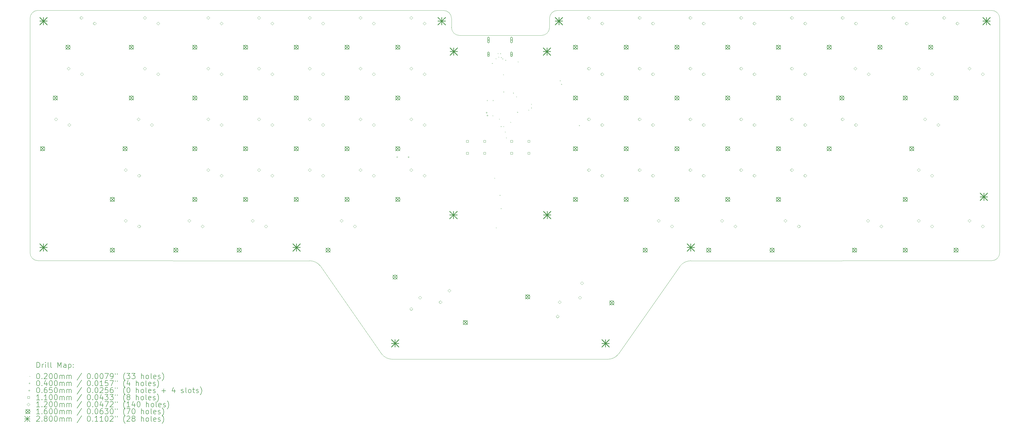
<source format=gbr>
%TF.GenerationSoftware,KiCad,Pcbnew,(6.0.10)*%
%TF.CreationDate,2023-02-11T23:58:20+13:00*%
%TF.ProjectId,orthoCode,6f727468-6f43-46f6-9465-2e6b69636164,rev?*%
%TF.SameCoordinates,Original*%
%TF.FileFunction,Drillmap*%
%TF.FilePolarity,Positive*%
%FSLAX45Y45*%
G04 Gerber Fmt 4.5, Leading zero omitted, Abs format (unit mm)*
G04 Created by KiCad (PCBNEW (6.0.10)) date 2023-02-11 23:58:20*
%MOMM*%
%LPD*%
G01*
G04 APERTURE LIST*
%ADD10C,0.050000*%
%ADD11C,0.200000*%
%ADD12C,0.020000*%
%ADD13C,0.040000*%
%ADD14C,0.065000*%
%ADD15C,0.110000*%
%ADD16C,0.120000*%
%ADD17C,0.160000*%
%ADD18C,0.280000*%
G04 APERTURE END LIST*
D10*
X38697868Y-15199998D02*
G75*
G03*
X38997868Y-14900000I2J299998D01*
G01*
X18420000Y-6440000D02*
G75*
G03*
X18720000Y-6740000I300000J0D01*
G01*
X27400000Y-15200724D02*
G75*
G03*
X27000000Y-15400000I10110J-521386D01*
G01*
X2900000Y-15200000D02*
X13100000Y-15200722D01*
X24300000Y-18900000D02*
X16190080Y-18900000D01*
X21800000Y-6740000D02*
G75*
G03*
X22100000Y-6440000I0J300000D01*
G01*
X2900000Y-5797868D02*
G75*
G03*
X2600000Y-6097868I0J-300000D01*
G01*
X2600000Y-6097868D02*
X2600000Y-14900000D01*
X27000000Y-15400000D02*
X24690080Y-18700060D01*
X18720000Y-6740000D02*
X21800000Y-6740000D01*
X22100000Y-6100000D02*
X22100000Y-6440000D01*
X38997868Y-6100000D02*
X38997868Y-14900000D01*
X2600000Y-14900000D02*
G75*
G03*
X2900000Y-15200000I300000J0D01*
G01*
X18419998Y-6100000D02*
G75*
G03*
X18120000Y-5800000I-299998J2D01*
G01*
X18120000Y-5800000D02*
X2900000Y-5797868D01*
X18420000Y-6100000D02*
X18420000Y-6440000D01*
X38697868Y-15200000D02*
X27400000Y-15200722D01*
X24300000Y-18900000D02*
G75*
G03*
X24690080Y-18700060I-10000J500000D01*
G01*
X15800000Y-18700060D02*
G75*
G03*
X16190080Y-18900000I400080J300060D01*
G01*
X38697868Y-5800000D02*
X22400000Y-5800000D01*
X13500000Y-15400000D02*
X15800000Y-18700060D01*
X38997868Y-6100000D02*
G75*
G03*
X38697868Y-5800000I-299998J2D01*
G01*
X22400000Y-5799998D02*
G75*
G03*
X22100000Y-6100000I0J-300000D01*
G01*
X13499999Y-15400001D02*
G75*
G03*
X13100000Y-15200722I-410109J-322099D01*
G01*
D11*
D12*
X19750000Y-9170000D02*
X19770000Y-9190000D01*
X19770000Y-9170000D02*
X19750000Y-9190000D01*
X19940000Y-7780000D02*
X19960000Y-7800000D01*
X19960000Y-7780000D02*
X19940000Y-7800000D01*
X19960000Y-9740000D02*
X19980000Y-9760000D01*
X19980000Y-9740000D02*
X19960000Y-9760000D01*
X19970000Y-9170000D02*
X19990000Y-9190000D01*
X19990000Y-9170000D02*
X19970000Y-9190000D01*
X20030000Y-12090000D02*
X20050000Y-12110000D01*
X20050000Y-12090000D02*
X20030000Y-12110000D01*
X20080000Y-7600000D02*
X20100000Y-7620000D01*
X20100000Y-7600000D02*
X20080000Y-7620000D01*
X20090000Y-13950000D02*
X20110000Y-13970000D01*
X20110000Y-13950000D02*
X20090000Y-13970000D01*
X20153946Y-7404314D02*
X20173946Y-7424314D01*
X20173946Y-7404314D02*
X20153946Y-7424314D01*
X20180000Y-7540000D02*
X20200000Y-7560000D01*
X20200000Y-7540000D02*
X20180000Y-7560000D01*
X20210000Y-9870000D02*
X20230000Y-9890000D01*
X20230000Y-9870000D02*
X20210000Y-9890000D01*
X20230000Y-12730000D02*
X20250000Y-12750000D01*
X20250000Y-12730000D02*
X20230000Y-12750000D01*
X20250000Y-7410000D02*
X20270000Y-7430000D01*
X20270000Y-7410000D02*
X20250000Y-7430000D01*
X20270000Y-10150000D02*
X20290000Y-10170000D01*
X20290000Y-10150000D02*
X20270000Y-10170000D01*
X20270000Y-13230000D02*
X20290000Y-13250000D01*
X20290000Y-13230000D02*
X20270000Y-13250000D01*
X20280000Y-7560000D02*
X20300000Y-7580000D01*
X20300000Y-7560000D02*
X20280000Y-7580000D01*
X20330000Y-7610000D02*
X20350000Y-7630000D01*
X20350000Y-7610000D02*
X20330000Y-7630000D01*
X20360000Y-8200000D02*
X20380000Y-8220000D01*
X20380000Y-8200000D02*
X20360000Y-8220000D01*
X20370000Y-8850000D02*
X20390000Y-8870000D01*
X20390000Y-8850000D02*
X20370000Y-8870000D01*
X20370000Y-10150000D02*
X20390000Y-10170000D01*
X20390000Y-10150000D02*
X20370000Y-10170000D01*
X20430000Y-10350000D02*
X20450000Y-10370000D01*
X20450000Y-10350000D02*
X20430000Y-10370000D01*
X20440000Y-7660000D02*
X20460000Y-7680000D01*
X20460000Y-7660000D02*
X20440000Y-7680000D01*
X20470000Y-10570000D02*
X20490000Y-10590000D01*
X20490000Y-10570000D02*
X20470000Y-10590000D01*
X20630000Y-9990000D02*
X20650000Y-10010000D01*
X20650000Y-9990000D02*
X20630000Y-10010000D01*
X20730000Y-8890000D02*
X20750000Y-8910000D01*
X20750000Y-8890000D02*
X20730000Y-8910000D01*
X20850000Y-9030000D02*
X20870000Y-9050000D01*
X20870000Y-9030000D02*
X20850000Y-9050000D01*
X20890000Y-9610000D02*
X20910000Y-9630000D01*
X20910000Y-9610000D02*
X20890000Y-9630000D01*
X20910000Y-7720000D02*
X20930000Y-7740000D01*
X20930000Y-7720000D02*
X20910000Y-7740000D01*
X21310000Y-9530000D02*
X21330000Y-9550000D01*
X21330000Y-9530000D02*
X21310000Y-9550000D01*
X21410000Y-9310000D02*
X21430000Y-9330000D01*
X21430000Y-9310000D02*
X21410000Y-9330000D01*
X21410000Y-9450000D02*
X21430000Y-9470000D01*
X21430000Y-9450000D02*
X21410000Y-9470000D01*
X22490000Y-8430000D02*
X22510000Y-8450000D01*
X22510000Y-8430000D02*
X22490000Y-8450000D01*
X22540000Y-8560000D02*
X22560000Y-8580000D01*
X22560000Y-8560000D02*
X22540000Y-8580000D01*
X23210000Y-10110000D02*
X23230000Y-10130000D01*
X23230000Y-10110000D02*
X23210000Y-10130000D01*
D13*
X16400000Y-11310000D02*
G75*
G03*
X16400000Y-11310000I-20000J0D01*
G01*
X16830000Y-11310000D02*
G75*
G03*
X16830000Y-11310000I-20000J0D01*
G01*
X19760000Y-9640000D02*
G75*
G03*
X19760000Y-9640000I-20000J0D01*
G01*
X19790000Y-9750000D02*
G75*
G03*
X19790000Y-9750000I-20000J0D01*
G01*
D14*
X19808000Y-6878750D02*
X19808000Y-6943750D01*
X19775500Y-6911250D02*
X19840500Y-6911250D01*
D11*
X19840500Y-6987525D02*
X19840500Y-6834975D01*
X19775500Y-6987525D02*
X19775500Y-6834975D01*
X19840500Y-6834975D02*
G75*
G03*
X19775500Y-6834975I-32500J0D01*
G01*
X19775500Y-6987525D02*
G75*
G03*
X19840500Y-6987525I32500J0D01*
G01*
D14*
X19808000Y-7414750D02*
X19808000Y-7479750D01*
X19775500Y-7447250D02*
X19840500Y-7447250D01*
D11*
X19840500Y-7501023D02*
X19840500Y-7393477D01*
X19775500Y-7501023D02*
X19775500Y-7393477D01*
X19840500Y-7393477D02*
G75*
G03*
X19775500Y-7393477I-32500J0D01*
G01*
X19775500Y-7501023D02*
G75*
G03*
X19840500Y-7501023I32500J0D01*
G01*
D14*
X20672000Y-6878750D02*
X20672000Y-6943750D01*
X20639500Y-6911250D02*
X20704500Y-6911250D01*
D11*
X20704500Y-6987525D02*
X20704500Y-6834975D01*
X20639500Y-6987525D02*
X20639500Y-6834975D01*
X20704500Y-6834975D02*
G75*
G03*
X20639500Y-6834975I-32500J0D01*
G01*
X20639500Y-6987525D02*
G75*
G03*
X20704500Y-6987525I32500J0D01*
G01*
D14*
X20672000Y-7414750D02*
X20672000Y-7479750D01*
X20639500Y-7447250D02*
X20704500Y-7447250D01*
D11*
X20704500Y-7499774D02*
X20704500Y-7394726D01*
X20639500Y-7499774D02*
X20639500Y-7394726D01*
X20704500Y-7394726D02*
G75*
G03*
X20639500Y-7394726I-32500J0D01*
G01*
X20639500Y-7499774D02*
G75*
G03*
X20704500Y-7499774I32500J0D01*
G01*
D15*
X19053891Y-10753891D02*
X19053891Y-10676109D01*
X18976109Y-10676109D01*
X18976109Y-10753891D01*
X19053891Y-10753891D01*
X19053891Y-11203891D02*
X19053891Y-11126109D01*
X18976109Y-11126109D01*
X18976109Y-11203891D01*
X19053891Y-11203891D01*
X19703891Y-10753891D02*
X19703891Y-10676109D01*
X19626109Y-10676109D01*
X19626109Y-10753891D01*
X19703891Y-10753891D01*
X19703891Y-11203891D02*
X19703891Y-11126109D01*
X19626109Y-11126109D01*
X19626109Y-11203891D01*
X19703891Y-11203891D01*
X20713891Y-10753891D02*
X20713891Y-10676109D01*
X20636109Y-10676109D01*
X20636109Y-10753891D01*
X20713891Y-10753891D01*
X20713891Y-11203891D02*
X20713891Y-11126109D01*
X20636109Y-11126109D01*
X20636109Y-11203891D01*
X20713891Y-11203891D01*
X21363891Y-10753891D02*
X21363891Y-10676109D01*
X21286109Y-10676109D01*
X21286109Y-10753891D01*
X21363891Y-10753891D01*
X21363891Y-11203891D02*
X21363891Y-11126109D01*
X21286109Y-11126109D01*
X21286109Y-11203891D01*
X21363891Y-11203891D01*
D16*
X3571875Y-9947500D02*
X3631875Y-9887500D01*
X3571875Y-9827500D01*
X3511875Y-9887500D01*
X3571875Y-9947500D01*
X4048125Y-8042500D02*
X4108125Y-7982500D01*
X4048125Y-7922500D01*
X3988125Y-7982500D01*
X4048125Y-8042500D01*
X4071875Y-10157500D02*
X4131875Y-10097500D01*
X4071875Y-10037500D01*
X4011875Y-10097500D01*
X4071875Y-10157500D01*
X4524375Y-6137500D02*
X4584375Y-6077500D01*
X4524375Y-6017500D01*
X4464375Y-6077500D01*
X4524375Y-6137500D01*
X4548125Y-8252500D02*
X4608125Y-8192500D01*
X4548125Y-8132500D01*
X4488125Y-8192500D01*
X4548125Y-8252500D01*
X5024375Y-6347500D02*
X5084375Y-6287500D01*
X5024375Y-6227500D01*
X4964375Y-6287500D01*
X5024375Y-6347500D01*
X6191250Y-11852500D02*
X6251250Y-11792500D01*
X6191250Y-11732500D01*
X6131250Y-11792500D01*
X6191250Y-11852500D01*
X6191250Y-13757500D02*
X6251250Y-13697500D01*
X6191250Y-13637500D01*
X6131250Y-13697500D01*
X6191250Y-13757500D01*
X6667500Y-9947500D02*
X6727500Y-9887500D01*
X6667500Y-9827500D01*
X6607500Y-9887500D01*
X6667500Y-9947500D01*
X6691250Y-12062500D02*
X6751250Y-12002500D01*
X6691250Y-11942500D01*
X6631250Y-12002500D01*
X6691250Y-12062500D01*
X6691250Y-13967500D02*
X6751250Y-13907500D01*
X6691250Y-13847500D01*
X6631250Y-13907500D01*
X6691250Y-13967500D01*
X6905625Y-6137500D02*
X6965625Y-6077500D01*
X6905625Y-6017500D01*
X6845625Y-6077500D01*
X6905625Y-6137500D01*
X6905625Y-8042500D02*
X6965625Y-7982500D01*
X6905625Y-7922500D01*
X6845625Y-7982500D01*
X6905625Y-8042500D01*
X7167500Y-10157500D02*
X7227500Y-10097500D01*
X7167500Y-10037500D01*
X7107500Y-10097500D01*
X7167500Y-10157500D01*
X7405625Y-6347500D02*
X7465625Y-6287500D01*
X7405625Y-6227500D01*
X7345625Y-6287500D01*
X7405625Y-6347500D01*
X7405625Y-8252500D02*
X7465625Y-8192500D01*
X7405625Y-8132500D01*
X7345625Y-8192500D01*
X7405625Y-8252500D01*
X8572500Y-13757500D02*
X8632500Y-13697500D01*
X8572500Y-13637500D01*
X8512500Y-13697500D01*
X8572500Y-13757500D01*
X9072500Y-13967500D02*
X9132500Y-13907500D01*
X9072500Y-13847500D01*
X9012500Y-13907500D01*
X9072500Y-13967500D01*
X9286875Y-6137500D02*
X9346875Y-6077500D01*
X9286875Y-6017500D01*
X9226875Y-6077500D01*
X9286875Y-6137500D01*
X9286875Y-8042500D02*
X9346875Y-7982500D01*
X9286875Y-7922500D01*
X9226875Y-7982500D01*
X9286875Y-8042500D01*
X9286875Y-9947500D02*
X9346875Y-9887500D01*
X9286875Y-9827500D01*
X9226875Y-9887500D01*
X9286875Y-9947500D01*
X9286875Y-11852500D02*
X9346875Y-11792500D01*
X9286875Y-11732500D01*
X9226875Y-11792500D01*
X9286875Y-11852500D01*
X9786875Y-6347500D02*
X9846875Y-6287500D01*
X9786875Y-6227500D01*
X9726875Y-6287500D01*
X9786875Y-6347500D01*
X9786875Y-8252500D02*
X9846875Y-8192500D01*
X9786875Y-8132500D01*
X9726875Y-8192500D01*
X9786875Y-8252500D01*
X9786875Y-10157500D02*
X9846875Y-10097500D01*
X9786875Y-10037500D01*
X9726875Y-10097500D01*
X9786875Y-10157500D01*
X9786875Y-12062500D02*
X9846875Y-12002500D01*
X9786875Y-11942500D01*
X9726875Y-12002500D01*
X9786875Y-12062500D01*
X10953750Y-13757500D02*
X11013750Y-13697500D01*
X10953750Y-13637500D01*
X10893750Y-13697500D01*
X10953750Y-13757500D01*
X11191875Y-6137500D02*
X11251875Y-6077500D01*
X11191875Y-6017500D01*
X11131875Y-6077500D01*
X11191875Y-6137500D01*
X11191875Y-8042500D02*
X11251875Y-7982500D01*
X11191875Y-7922500D01*
X11131875Y-7982500D01*
X11191875Y-8042500D01*
X11191875Y-9947500D02*
X11251875Y-9887500D01*
X11191875Y-9827500D01*
X11131875Y-9887500D01*
X11191875Y-9947500D01*
X11191875Y-11852500D02*
X11251875Y-11792500D01*
X11191875Y-11732500D01*
X11131875Y-11792500D01*
X11191875Y-11852500D01*
X11453750Y-13967500D02*
X11513750Y-13907500D01*
X11453750Y-13847500D01*
X11393750Y-13907500D01*
X11453750Y-13967500D01*
X11691875Y-6347500D02*
X11751875Y-6287500D01*
X11691875Y-6227500D01*
X11631875Y-6287500D01*
X11691875Y-6347500D01*
X11691875Y-8252500D02*
X11751875Y-8192500D01*
X11691875Y-8132500D01*
X11631875Y-8192500D01*
X11691875Y-8252500D01*
X11691875Y-10157500D02*
X11751875Y-10097500D01*
X11691875Y-10037500D01*
X11631875Y-10097500D01*
X11691875Y-10157500D01*
X11691875Y-12062500D02*
X11751875Y-12002500D01*
X11691875Y-11942500D01*
X11631875Y-12002500D01*
X11691875Y-12062500D01*
X13096875Y-6137500D02*
X13156875Y-6077500D01*
X13096875Y-6017500D01*
X13036875Y-6077500D01*
X13096875Y-6137500D01*
X13096875Y-8042500D02*
X13156875Y-7982500D01*
X13096875Y-7922500D01*
X13036875Y-7982500D01*
X13096875Y-8042500D01*
X13096875Y-9947500D02*
X13156875Y-9887500D01*
X13096875Y-9827500D01*
X13036875Y-9887500D01*
X13096875Y-9947500D01*
X13096875Y-11852500D02*
X13156875Y-11792500D01*
X13096875Y-11732500D01*
X13036875Y-11792500D01*
X13096875Y-11852500D01*
X13596875Y-6347500D02*
X13656875Y-6287500D01*
X13596875Y-6227500D01*
X13536875Y-6287500D01*
X13596875Y-6347500D01*
X13596875Y-8252500D02*
X13656875Y-8192500D01*
X13596875Y-8132500D01*
X13536875Y-8192500D01*
X13596875Y-8252500D01*
X13596875Y-10157500D02*
X13656875Y-10097500D01*
X13596875Y-10037500D01*
X13536875Y-10097500D01*
X13596875Y-10157500D01*
X13596875Y-12062500D02*
X13656875Y-12002500D01*
X13596875Y-11942500D01*
X13536875Y-12002500D01*
X13596875Y-12062500D01*
X14287500Y-13757500D02*
X14347500Y-13697500D01*
X14287500Y-13637500D01*
X14227500Y-13697500D01*
X14287500Y-13757500D01*
X14787500Y-13967500D02*
X14847500Y-13907500D01*
X14787500Y-13847500D01*
X14727500Y-13907500D01*
X14787500Y-13967500D01*
X15001875Y-6137500D02*
X15061875Y-6077500D01*
X15001875Y-6017500D01*
X14941875Y-6077500D01*
X15001875Y-6137500D01*
X15001875Y-8042500D02*
X15061875Y-7982500D01*
X15001875Y-7922500D01*
X14941875Y-7982500D01*
X15001875Y-8042500D01*
X15001875Y-9947500D02*
X15061875Y-9887500D01*
X15001875Y-9827500D01*
X14941875Y-9887500D01*
X15001875Y-9947500D01*
X15001875Y-11852500D02*
X15061875Y-11792500D01*
X15001875Y-11732500D01*
X14941875Y-11792500D01*
X15001875Y-11852500D01*
X15501875Y-6347500D02*
X15561875Y-6287500D01*
X15501875Y-6227500D01*
X15441875Y-6287500D01*
X15501875Y-6347500D01*
X15501875Y-8252500D02*
X15561875Y-8192500D01*
X15501875Y-8132500D01*
X15441875Y-8192500D01*
X15501875Y-8252500D01*
X15501875Y-10157500D02*
X15561875Y-10097500D01*
X15501875Y-10037500D01*
X15441875Y-10097500D01*
X15501875Y-10157500D01*
X15501875Y-12062500D02*
X15561875Y-12002500D01*
X15501875Y-11942500D01*
X15441875Y-12002500D01*
X15501875Y-12062500D01*
X16906392Y-17071939D02*
X16966392Y-17011939D01*
X16906392Y-16951939D01*
X16846392Y-17011939D01*
X16906392Y-17071939D01*
X16906875Y-6137500D02*
X16966875Y-6077500D01*
X16906875Y-6017500D01*
X16846875Y-6077500D01*
X16906875Y-6137500D01*
X16906875Y-8042500D02*
X16966875Y-7982500D01*
X16906875Y-7922500D01*
X16846875Y-7982500D01*
X16906875Y-8042500D01*
X16906875Y-9947500D02*
X16966875Y-9887500D01*
X16906875Y-9827500D01*
X16846875Y-9887500D01*
X16906875Y-9947500D01*
X16906875Y-11852500D02*
X16966875Y-11792500D01*
X16906875Y-11732500D01*
X16846875Y-11792500D01*
X16906875Y-11852500D01*
X17238646Y-16643328D02*
X17298646Y-16583328D01*
X17238646Y-16523328D01*
X17178646Y-16583328D01*
X17238646Y-16643328D01*
X17406875Y-6347500D02*
X17466875Y-6287500D01*
X17406875Y-6227500D01*
X17346875Y-6287500D01*
X17406875Y-6347500D01*
X17406875Y-8252500D02*
X17466875Y-8192500D01*
X17406875Y-8132500D01*
X17346875Y-8192500D01*
X17406875Y-8252500D01*
X17406875Y-10157500D02*
X17466875Y-10097500D01*
X17406875Y-10037500D01*
X17346875Y-10097500D01*
X17406875Y-10157500D01*
X17406875Y-12062500D02*
X17466875Y-12002500D01*
X17406875Y-11942500D01*
X17346875Y-12002500D01*
X17406875Y-12062500D01*
X18003854Y-16814172D02*
X18063854Y-16754172D01*
X18003854Y-16694172D01*
X17943854Y-16754172D01*
X18003854Y-16814172D01*
X18336108Y-16385561D02*
X18396108Y-16325561D01*
X18336108Y-16265561D01*
X18276108Y-16325561D01*
X18336108Y-16385561D01*
X22403961Y-17351487D02*
X22463961Y-17291487D01*
X22403961Y-17231487D01*
X22343961Y-17291487D01*
X22403961Y-17351487D01*
X22477396Y-16814172D02*
X22537396Y-16754172D01*
X22477396Y-16694172D01*
X22417396Y-16754172D01*
X22477396Y-16814172D01*
X23242604Y-16643328D02*
X23302604Y-16583328D01*
X23242604Y-16523328D01*
X23182604Y-16583328D01*
X23242604Y-16643328D01*
X23316039Y-16106013D02*
X23376039Y-16046013D01*
X23316039Y-15986013D01*
X23256039Y-16046013D01*
X23316039Y-16106013D01*
X23574375Y-6137500D02*
X23634375Y-6077500D01*
X23574375Y-6017500D01*
X23514375Y-6077500D01*
X23574375Y-6137500D01*
X23574375Y-8042500D02*
X23634375Y-7982500D01*
X23574375Y-7922500D01*
X23514375Y-7982500D01*
X23574375Y-8042500D01*
X23574375Y-9947500D02*
X23634375Y-9887500D01*
X23574375Y-9827500D01*
X23514375Y-9887500D01*
X23574375Y-9947500D01*
X23574375Y-11852500D02*
X23634375Y-11792500D01*
X23574375Y-11732500D01*
X23514375Y-11792500D01*
X23574375Y-11852500D01*
X24074375Y-6347500D02*
X24134375Y-6287500D01*
X24074375Y-6227500D01*
X24014375Y-6287500D01*
X24074375Y-6347500D01*
X24074375Y-8252500D02*
X24134375Y-8192500D01*
X24074375Y-8132500D01*
X24014375Y-8192500D01*
X24074375Y-8252500D01*
X24074375Y-10157500D02*
X24134375Y-10097500D01*
X24074375Y-10037500D01*
X24014375Y-10097500D01*
X24074375Y-10157500D01*
X24074375Y-12062500D02*
X24134375Y-12002500D01*
X24074375Y-11942500D01*
X24014375Y-12002500D01*
X24074375Y-12062500D01*
X25479375Y-6137500D02*
X25539375Y-6077500D01*
X25479375Y-6017500D01*
X25419375Y-6077500D01*
X25479375Y-6137500D01*
X25479375Y-8042500D02*
X25539375Y-7982500D01*
X25479375Y-7922500D01*
X25419375Y-7982500D01*
X25479375Y-8042500D01*
X25479375Y-9947500D02*
X25539375Y-9887500D01*
X25479375Y-9827500D01*
X25419375Y-9887500D01*
X25479375Y-9947500D01*
X25479375Y-11852500D02*
X25539375Y-11792500D01*
X25479375Y-11732500D01*
X25419375Y-11792500D01*
X25479375Y-11852500D01*
X25979375Y-6347500D02*
X26039375Y-6287500D01*
X25979375Y-6227500D01*
X25919375Y-6287500D01*
X25979375Y-6347500D01*
X25979375Y-8252500D02*
X26039375Y-8192500D01*
X25979375Y-8132500D01*
X25919375Y-8192500D01*
X25979375Y-8252500D01*
X25979375Y-10157500D02*
X26039375Y-10097500D01*
X25979375Y-10037500D01*
X25919375Y-10097500D01*
X25979375Y-10157500D01*
X25979375Y-12062500D02*
X26039375Y-12002500D01*
X25979375Y-11942500D01*
X25919375Y-12002500D01*
X25979375Y-12062500D01*
X26193750Y-13757500D02*
X26253750Y-13697500D01*
X26193750Y-13637500D01*
X26133750Y-13697500D01*
X26193750Y-13757500D01*
X26693750Y-13967500D02*
X26753750Y-13907500D01*
X26693750Y-13847500D01*
X26633750Y-13907500D01*
X26693750Y-13967500D01*
X27384375Y-6137500D02*
X27444375Y-6077500D01*
X27384375Y-6017500D01*
X27324375Y-6077500D01*
X27384375Y-6137500D01*
X27384375Y-8042500D02*
X27444375Y-7982500D01*
X27384375Y-7922500D01*
X27324375Y-7982500D01*
X27384375Y-8042500D01*
X27384375Y-9947500D02*
X27444375Y-9887500D01*
X27384375Y-9827500D01*
X27324375Y-9887500D01*
X27384375Y-9947500D01*
X27384375Y-11852500D02*
X27444375Y-11792500D01*
X27384375Y-11732500D01*
X27324375Y-11792500D01*
X27384375Y-11852500D01*
X27884375Y-6347500D02*
X27944375Y-6287500D01*
X27884375Y-6227500D01*
X27824375Y-6287500D01*
X27884375Y-6347500D01*
X27884375Y-8252500D02*
X27944375Y-8192500D01*
X27884375Y-8132500D01*
X27824375Y-8192500D01*
X27884375Y-8252500D01*
X27884375Y-10157500D02*
X27944375Y-10097500D01*
X27884375Y-10037500D01*
X27824375Y-10097500D01*
X27884375Y-10157500D01*
X27884375Y-12062500D02*
X27944375Y-12002500D01*
X27884375Y-11942500D01*
X27824375Y-12002500D01*
X27884375Y-12062500D01*
X28575000Y-13757500D02*
X28635000Y-13697500D01*
X28575000Y-13637500D01*
X28515000Y-13697500D01*
X28575000Y-13757500D01*
X29075000Y-13967500D02*
X29135000Y-13907500D01*
X29075000Y-13847500D01*
X29015000Y-13907500D01*
X29075000Y-13967500D01*
X29289375Y-6137500D02*
X29349375Y-6077500D01*
X29289375Y-6017500D01*
X29229375Y-6077500D01*
X29289375Y-6137500D01*
X29289375Y-8042500D02*
X29349375Y-7982500D01*
X29289375Y-7922500D01*
X29229375Y-7982500D01*
X29289375Y-8042500D01*
X29289375Y-9947500D02*
X29349375Y-9887500D01*
X29289375Y-9827500D01*
X29229375Y-9887500D01*
X29289375Y-9947500D01*
X29289375Y-11852500D02*
X29349375Y-11792500D01*
X29289375Y-11732500D01*
X29229375Y-11792500D01*
X29289375Y-11852500D01*
X29789375Y-6347500D02*
X29849375Y-6287500D01*
X29789375Y-6227500D01*
X29729375Y-6287500D01*
X29789375Y-6347500D01*
X29789375Y-8252500D02*
X29849375Y-8192500D01*
X29789375Y-8132500D01*
X29729375Y-8192500D01*
X29789375Y-8252500D01*
X29789375Y-10157500D02*
X29849375Y-10097500D01*
X29789375Y-10037500D01*
X29729375Y-10097500D01*
X29789375Y-10157500D01*
X29789375Y-12062500D02*
X29849375Y-12002500D01*
X29789375Y-11942500D01*
X29729375Y-12002500D01*
X29789375Y-12062500D01*
X30956250Y-13757500D02*
X31016250Y-13697500D01*
X30956250Y-13637500D01*
X30896250Y-13697500D01*
X30956250Y-13757500D01*
X31194375Y-6137500D02*
X31254375Y-6077500D01*
X31194375Y-6017500D01*
X31134375Y-6077500D01*
X31194375Y-6137500D01*
X31194375Y-8042500D02*
X31254375Y-7982500D01*
X31194375Y-7922500D01*
X31134375Y-7982500D01*
X31194375Y-8042500D01*
X31194375Y-9947500D02*
X31254375Y-9887500D01*
X31194375Y-9827500D01*
X31134375Y-9887500D01*
X31194375Y-9947500D01*
X31194375Y-11852500D02*
X31254375Y-11792500D01*
X31194375Y-11732500D01*
X31134375Y-11792500D01*
X31194375Y-11852500D01*
X31456250Y-13967500D02*
X31516250Y-13907500D01*
X31456250Y-13847500D01*
X31396250Y-13907500D01*
X31456250Y-13967500D01*
X31694375Y-6347500D02*
X31754375Y-6287500D01*
X31694375Y-6227500D01*
X31634375Y-6287500D01*
X31694375Y-6347500D01*
X31694375Y-8252500D02*
X31754375Y-8192500D01*
X31694375Y-8132500D01*
X31634375Y-8192500D01*
X31694375Y-8252500D01*
X31694375Y-10157500D02*
X31754375Y-10097500D01*
X31694375Y-10037500D01*
X31634375Y-10097500D01*
X31694375Y-10157500D01*
X31694375Y-12062500D02*
X31754375Y-12002500D01*
X31694375Y-11942500D01*
X31634375Y-12002500D01*
X31694375Y-12062500D01*
X33099375Y-6137500D02*
X33159375Y-6077500D01*
X33099375Y-6017500D01*
X33039375Y-6077500D01*
X33099375Y-6137500D01*
X33099375Y-9947500D02*
X33159375Y-9887500D01*
X33099375Y-9827500D01*
X33039375Y-9887500D01*
X33099375Y-9947500D01*
X33575625Y-8042500D02*
X33635625Y-7982500D01*
X33575625Y-7922500D01*
X33515625Y-7982500D01*
X33575625Y-8042500D01*
X33599375Y-6347500D02*
X33659375Y-6287500D01*
X33599375Y-6227500D01*
X33539375Y-6287500D01*
X33599375Y-6347500D01*
X33599375Y-10157500D02*
X33659375Y-10097500D01*
X33599375Y-10037500D01*
X33539375Y-10097500D01*
X33599375Y-10157500D01*
X34051875Y-13757500D02*
X34111875Y-13697500D01*
X34051875Y-13637500D01*
X33991875Y-13697500D01*
X34051875Y-13757500D01*
X34075625Y-8252500D02*
X34135625Y-8192500D01*
X34075625Y-8132500D01*
X34015625Y-8192500D01*
X34075625Y-8252500D01*
X34551875Y-13967500D02*
X34611875Y-13907500D01*
X34551875Y-13847500D01*
X34491875Y-13907500D01*
X34551875Y-13967500D01*
X35004375Y-6137500D02*
X35064375Y-6077500D01*
X35004375Y-6017500D01*
X34944375Y-6077500D01*
X35004375Y-6137500D01*
X35504375Y-6347500D02*
X35564375Y-6287500D01*
X35504375Y-6227500D01*
X35444375Y-6287500D01*
X35504375Y-6347500D01*
X35956875Y-8042500D02*
X36016875Y-7982500D01*
X35956875Y-7922500D01*
X35896875Y-7982500D01*
X35956875Y-8042500D01*
X35956875Y-11852500D02*
X36016875Y-11792500D01*
X35956875Y-11732500D01*
X35896875Y-11792500D01*
X35956875Y-11852500D01*
X35956875Y-13757500D02*
X36016875Y-13697500D01*
X35956875Y-13637500D01*
X35896875Y-13697500D01*
X35956875Y-13757500D01*
X36195000Y-9947500D02*
X36255000Y-9887500D01*
X36195000Y-9827500D01*
X36135000Y-9887500D01*
X36195000Y-9947500D01*
X36456875Y-8252500D02*
X36516875Y-8192500D01*
X36456875Y-8132500D01*
X36396875Y-8192500D01*
X36456875Y-8252500D01*
X36456875Y-12062500D02*
X36516875Y-12002500D01*
X36456875Y-11942500D01*
X36396875Y-12002500D01*
X36456875Y-12062500D01*
X36456875Y-13967500D02*
X36516875Y-13907500D01*
X36456875Y-13847500D01*
X36396875Y-13907500D01*
X36456875Y-13967500D01*
X36695000Y-10157500D02*
X36755000Y-10097500D01*
X36695000Y-10037500D01*
X36635000Y-10097500D01*
X36695000Y-10157500D01*
X36909375Y-6137500D02*
X36969375Y-6077500D01*
X36909375Y-6017500D01*
X36849375Y-6077500D01*
X36909375Y-6137500D01*
X37409375Y-6347500D02*
X37469375Y-6287500D01*
X37409375Y-6227500D01*
X37349375Y-6287500D01*
X37409375Y-6347500D01*
X37861875Y-8042500D02*
X37921875Y-7982500D01*
X37861875Y-7922500D01*
X37801875Y-7982500D01*
X37861875Y-8042500D01*
X37861875Y-13757500D02*
X37921875Y-13697500D01*
X37861875Y-13637500D01*
X37801875Y-13697500D01*
X37861875Y-13757500D01*
X38361875Y-8252500D02*
X38421875Y-8192500D01*
X38361875Y-8132500D01*
X38301875Y-8192500D01*
X38361875Y-8252500D01*
X38361875Y-13967500D02*
X38421875Y-13907500D01*
X38361875Y-13847500D01*
X38301875Y-13907500D01*
X38361875Y-13967500D01*
D17*
X2991875Y-10912500D02*
X3151875Y-11072500D01*
X3151875Y-10912500D02*
X2991875Y-11072500D01*
X3151875Y-10992500D02*
G75*
G03*
X3151875Y-10992500I-80000J0D01*
G01*
X3468125Y-9007500D02*
X3628125Y-9167500D01*
X3628125Y-9007500D02*
X3468125Y-9167500D01*
X3628125Y-9087500D02*
G75*
G03*
X3628125Y-9087500I-80000J0D01*
G01*
X3944375Y-7102500D02*
X4104375Y-7262500D01*
X4104375Y-7102500D02*
X3944375Y-7262500D01*
X4104375Y-7182500D02*
G75*
G03*
X4104375Y-7182500I-80000J0D01*
G01*
X5611250Y-12817500D02*
X5771250Y-12977500D01*
X5771250Y-12817500D02*
X5611250Y-12977500D01*
X5771250Y-12897500D02*
G75*
G03*
X5771250Y-12897500I-80000J0D01*
G01*
X5611250Y-14722500D02*
X5771250Y-14882500D01*
X5771250Y-14722500D02*
X5611250Y-14882500D01*
X5771250Y-14802500D02*
G75*
G03*
X5771250Y-14802500I-80000J0D01*
G01*
X6087500Y-10912500D02*
X6247500Y-11072500D01*
X6247500Y-10912500D02*
X6087500Y-11072500D01*
X6247500Y-10992500D02*
G75*
G03*
X6247500Y-10992500I-80000J0D01*
G01*
X6325625Y-7102500D02*
X6485625Y-7262500D01*
X6485625Y-7102500D02*
X6325625Y-7262500D01*
X6485625Y-7182500D02*
G75*
G03*
X6485625Y-7182500I-80000J0D01*
G01*
X6325625Y-9007500D02*
X6485625Y-9167500D01*
X6485625Y-9007500D02*
X6325625Y-9167500D01*
X6485625Y-9087500D02*
G75*
G03*
X6485625Y-9087500I-80000J0D01*
G01*
X7992500Y-14722500D02*
X8152500Y-14882500D01*
X8152500Y-14722500D02*
X7992500Y-14882500D01*
X8152500Y-14802500D02*
G75*
G03*
X8152500Y-14802500I-80000J0D01*
G01*
X8706875Y-7102500D02*
X8866875Y-7262500D01*
X8866875Y-7102500D02*
X8706875Y-7262500D01*
X8866875Y-7182500D02*
G75*
G03*
X8866875Y-7182500I-80000J0D01*
G01*
X8706875Y-9007500D02*
X8866875Y-9167500D01*
X8866875Y-9007500D02*
X8706875Y-9167500D01*
X8866875Y-9087500D02*
G75*
G03*
X8866875Y-9087500I-80000J0D01*
G01*
X8706875Y-10912500D02*
X8866875Y-11072500D01*
X8866875Y-10912500D02*
X8706875Y-11072500D01*
X8866875Y-10992500D02*
G75*
G03*
X8866875Y-10992500I-80000J0D01*
G01*
X8706875Y-12817500D02*
X8866875Y-12977500D01*
X8866875Y-12817500D02*
X8706875Y-12977500D01*
X8866875Y-12897500D02*
G75*
G03*
X8866875Y-12897500I-80000J0D01*
G01*
X10373750Y-14722500D02*
X10533750Y-14882500D01*
X10533750Y-14722500D02*
X10373750Y-14882500D01*
X10533750Y-14802500D02*
G75*
G03*
X10533750Y-14802500I-80000J0D01*
G01*
X10611875Y-7102500D02*
X10771875Y-7262500D01*
X10771875Y-7102500D02*
X10611875Y-7262500D01*
X10771875Y-7182500D02*
G75*
G03*
X10771875Y-7182500I-80000J0D01*
G01*
X10611875Y-9007500D02*
X10771875Y-9167500D01*
X10771875Y-9007500D02*
X10611875Y-9167500D01*
X10771875Y-9087500D02*
G75*
G03*
X10771875Y-9087500I-80000J0D01*
G01*
X10611875Y-10912500D02*
X10771875Y-11072500D01*
X10771875Y-10912500D02*
X10611875Y-11072500D01*
X10771875Y-10992500D02*
G75*
G03*
X10771875Y-10992500I-80000J0D01*
G01*
X10611875Y-12817500D02*
X10771875Y-12977500D01*
X10771875Y-12817500D02*
X10611875Y-12977500D01*
X10771875Y-12897500D02*
G75*
G03*
X10771875Y-12897500I-80000J0D01*
G01*
X12516875Y-7102500D02*
X12676875Y-7262500D01*
X12676875Y-7102500D02*
X12516875Y-7262500D01*
X12676875Y-7182500D02*
G75*
G03*
X12676875Y-7182500I-80000J0D01*
G01*
X12516875Y-9007500D02*
X12676875Y-9167500D01*
X12676875Y-9007500D02*
X12516875Y-9167500D01*
X12676875Y-9087500D02*
G75*
G03*
X12676875Y-9087500I-80000J0D01*
G01*
X12516875Y-10912500D02*
X12676875Y-11072500D01*
X12676875Y-10912500D02*
X12516875Y-11072500D01*
X12676875Y-10992500D02*
G75*
G03*
X12676875Y-10992500I-80000J0D01*
G01*
X12516875Y-12817500D02*
X12676875Y-12977500D01*
X12676875Y-12817500D02*
X12516875Y-12977500D01*
X12676875Y-12897500D02*
G75*
G03*
X12676875Y-12897500I-80000J0D01*
G01*
X13707500Y-14722500D02*
X13867500Y-14882500D01*
X13867500Y-14722500D02*
X13707500Y-14882500D01*
X13867500Y-14802500D02*
G75*
G03*
X13867500Y-14802500I-80000J0D01*
G01*
X14421875Y-7102500D02*
X14581875Y-7262500D01*
X14581875Y-7102500D02*
X14421875Y-7262500D01*
X14581875Y-7182500D02*
G75*
G03*
X14581875Y-7182500I-80000J0D01*
G01*
X14421875Y-9007500D02*
X14581875Y-9167500D01*
X14581875Y-9007500D02*
X14421875Y-9167500D01*
X14581875Y-9087500D02*
G75*
G03*
X14581875Y-9087500I-80000J0D01*
G01*
X14421875Y-10912500D02*
X14581875Y-11072500D01*
X14581875Y-10912500D02*
X14421875Y-11072500D01*
X14581875Y-10992500D02*
G75*
G03*
X14581875Y-10992500I-80000J0D01*
G01*
X14421875Y-12817500D02*
X14581875Y-12977500D01*
X14581875Y-12817500D02*
X14421875Y-12977500D01*
X14581875Y-12897500D02*
G75*
G03*
X14581875Y-12897500I-80000J0D01*
G01*
X16220708Y-15734370D02*
X16380708Y-15894370D01*
X16380708Y-15734370D02*
X16220708Y-15894370D01*
X16380708Y-15814370D02*
G75*
G03*
X16380708Y-15814370I-80000J0D01*
G01*
X16326875Y-7102500D02*
X16486875Y-7262500D01*
X16486875Y-7102500D02*
X16326875Y-7262500D01*
X16486875Y-7182500D02*
G75*
G03*
X16486875Y-7182500I-80000J0D01*
G01*
X16326875Y-9007500D02*
X16486875Y-9167500D01*
X16486875Y-9007500D02*
X16326875Y-9167500D01*
X16486875Y-9087500D02*
G75*
G03*
X16486875Y-9087500I-80000J0D01*
G01*
X16326875Y-10912500D02*
X16486875Y-11072500D01*
X16486875Y-10912500D02*
X16326875Y-11072500D01*
X16486875Y-10992500D02*
G75*
G03*
X16486875Y-10992500I-80000J0D01*
G01*
X16326875Y-12817500D02*
X16486875Y-12977500D01*
X16486875Y-12817500D02*
X16326875Y-12977500D01*
X16486875Y-12897500D02*
G75*
G03*
X16486875Y-12897500I-80000J0D01*
G01*
X18861792Y-17443130D02*
X19021792Y-17603130D01*
X19021792Y-17443130D02*
X18861792Y-17603130D01*
X19021792Y-17523130D02*
G75*
G03*
X19021792Y-17523130I-80000J0D01*
G01*
X21200639Y-16477204D02*
X21360639Y-16637204D01*
X21360639Y-16477204D02*
X21200639Y-16637204D01*
X21360639Y-16557204D02*
G75*
G03*
X21360639Y-16557204I-80000J0D01*
G01*
X22994375Y-7102500D02*
X23154375Y-7262500D01*
X23154375Y-7102500D02*
X22994375Y-7262500D01*
X23154375Y-7182500D02*
G75*
G03*
X23154375Y-7182500I-80000J0D01*
G01*
X22994375Y-9007500D02*
X23154375Y-9167500D01*
X23154375Y-9007500D02*
X22994375Y-9167500D01*
X23154375Y-9087500D02*
G75*
G03*
X23154375Y-9087500I-80000J0D01*
G01*
X22994375Y-10912500D02*
X23154375Y-11072500D01*
X23154375Y-10912500D02*
X22994375Y-11072500D01*
X23154375Y-10992500D02*
G75*
G03*
X23154375Y-10992500I-80000J0D01*
G01*
X22994375Y-12817500D02*
X23154375Y-12977500D01*
X23154375Y-12817500D02*
X22994375Y-12977500D01*
X23154375Y-12897500D02*
G75*
G03*
X23154375Y-12897500I-80000J0D01*
G01*
X24359361Y-16700296D02*
X24519361Y-16860296D01*
X24519361Y-16700296D02*
X24359361Y-16860296D01*
X24519361Y-16780296D02*
G75*
G03*
X24519361Y-16780296I-80000J0D01*
G01*
X24899375Y-7102500D02*
X25059375Y-7262500D01*
X25059375Y-7102500D02*
X24899375Y-7262500D01*
X25059375Y-7182500D02*
G75*
G03*
X25059375Y-7182500I-80000J0D01*
G01*
X24899375Y-9007500D02*
X25059375Y-9167500D01*
X25059375Y-9007500D02*
X24899375Y-9167500D01*
X25059375Y-9087500D02*
G75*
G03*
X25059375Y-9087500I-80000J0D01*
G01*
X24899375Y-10912500D02*
X25059375Y-11072500D01*
X25059375Y-10912500D02*
X24899375Y-11072500D01*
X25059375Y-10992500D02*
G75*
G03*
X25059375Y-10992500I-80000J0D01*
G01*
X24899375Y-12817500D02*
X25059375Y-12977500D01*
X25059375Y-12817500D02*
X24899375Y-12977500D01*
X25059375Y-12897500D02*
G75*
G03*
X25059375Y-12897500I-80000J0D01*
G01*
X25613750Y-14722500D02*
X25773750Y-14882500D01*
X25773750Y-14722500D02*
X25613750Y-14882500D01*
X25773750Y-14802500D02*
G75*
G03*
X25773750Y-14802500I-80000J0D01*
G01*
X26804375Y-7102500D02*
X26964375Y-7262500D01*
X26964375Y-7102500D02*
X26804375Y-7262500D01*
X26964375Y-7182500D02*
G75*
G03*
X26964375Y-7182500I-80000J0D01*
G01*
X26804375Y-9007500D02*
X26964375Y-9167500D01*
X26964375Y-9007500D02*
X26804375Y-9167500D01*
X26964375Y-9087500D02*
G75*
G03*
X26964375Y-9087500I-80000J0D01*
G01*
X26804375Y-10912500D02*
X26964375Y-11072500D01*
X26964375Y-10912500D02*
X26804375Y-11072500D01*
X26964375Y-10992500D02*
G75*
G03*
X26964375Y-10992500I-80000J0D01*
G01*
X26804375Y-12817500D02*
X26964375Y-12977500D01*
X26964375Y-12817500D02*
X26804375Y-12977500D01*
X26964375Y-12897500D02*
G75*
G03*
X26964375Y-12897500I-80000J0D01*
G01*
X27995000Y-14722500D02*
X28155000Y-14882500D01*
X28155000Y-14722500D02*
X27995000Y-14882500D01*
X28155000Y-14802500D02*
G75*
G03*
X28155000Y-14802500I-80000J0D01*
G01*
X28709375Y-7102500D02*
X28869375Y-7262500D01*
X28869375Y-7102500D02*
X28709375Y-7262500D01*
X28869375Y-7182500D02*
G75*
G03*
X28869375Y-7182500I-80000J0D01*
G01*
X28709375Y-9007500D02*
X28869375Y-9167500D01*
X28869375Y-9007500D02*
X28709375Y-9167500D01*
X28869375Y-9087500D02*
G75*
G03*
X28869375Y-9087500I-80000J0D01*
G01*
X28709375Y-10912500D02*
X28869375Y-11072500D01*
X28869375Y-10912500D02*
X28709375Y-11072500D01*
X28869375Y-10992500D02*
G75*
G03*
X28869375Y-10992500I-80000J0D01*
G01*
X28709375Y-12817500D02*
X28869375Y-12977500D01*
X28869375Y-12817500D02*
X28709375Y-12977500D01*
X28869375Y-12897500D02*
G75*
G03*
X28869375Y-12897500I-80000J0D01*
G01*
X30376250Y-14722500D02*
X30536250Y-14882500D01*
X30536250Y-14722500D02*
X30376250Y-14882500D01*
X30536250Y-14802500D02*
G75*
G03*
X30536250Y-14802500I-80000J0D01*
G01*
X30614375Y-7102500D02*
X30774375Y-7262500D01*
X30774375Y-7102500D02*
X30614375Y-7262500D01*
X30774375Y-7182500D02*
G75*
G03*
X30774375Y-7182500I-80000J0D01*
G01*
X30614375Y-9007500D02*
X30774375Y-9167500D01*
X30774375Y-9007500D02*
X30614375Y-9167500D01*
X30774375Y-9087500D02*
G75*
G03*
X30774375Y-9087500I-80000J0D01*
G01*
X30614375Y-10912500D02*
X30774375Y-11072500D01*
X30774375Y-10912500D02*
X30614375Y-11072500D01*
X30774375Y-10992500D02*
G75*
G03*
X30774375Y-10992500I-80000J0D01*
G01*
X30614375Y-12817500D02*
X30774375Y-12977500D01*
X30774375Y-12817500D02*
X30614375Y-12977500D01*
X30774375Y-12897500D02*
G75*
G03*
X30774375Y-12897500I-80000J0D01*
G01*
X32519375Y-7102500D02*
X32679375Y-7262500D01*
X32679375Y-7102500D02*
X32519375Y-7262500D01*
X32679375Y-7182500D02*
G75*
G03*
X32679375Y-7182500I-80000J0D01*
G01*
X32519375Y-10912500D02*
X32679375Y-11072500D01*
X32679375Y-10912500D02*
X32519375Y-11072500D01*
X32679375Y-10992500D02*
G75*
G03*
X32679375Y-10992500I-80000J0D01*
G01*
X32995625Y-9007500D02*
X33155625Y-9167500D01*
X33155625Y-9007500D02*
X32995625Y-9167500D01*
X33155625Y-9087500D02*
G75*
G03*
X33155625Y-9087500I-80000J0D01*
G01*
X33471875Y-14722500D02*
X33631875Y-14882500D01*
X33631875Y-14722500D02*
X33471875Y-14882500D01*
X33631875Y-14802500D02*
G75*
G03*
X33631875Y-14802500I-80000J0D01*
G01*
X34424375Y-7102500D02*
X34584375Y-7262500D01*
X34584375Y-7102500D02*
X34424375Y-7262500D01*
X34584375Y-7182500D02*
G75*
G03*
X34584375Y-7182500I-80000J0D01*
G01*
X35376875Y-9007500D02*
X35536875Y-9167500D01*
X35536875Y-9007500D02*
X35376875Y-9167500D01*
X35536875Y-9087500D02*
G75*
G03*
X35536875Y-9087500I-80000J0D01*
G01*
X35376875Y-12817500D02*
X35536875Y-12977500D01*
X35536875Y-12817500D02*
X35376875Y-12977500D01*
X35536875Y-12897500D02*
G75*
G03*
X35536875Y-12897500I-80000J0D01*
G01*
X35376875Y-14722500D02*
X35536875Y-14882500D01*
X35536875Y-14722500D02*
X35376875Y-14882500D01*
X35536875Y-14802500D02*
G75*
G03*
X35536875Y-14802500I-80000J0D01*
G01*
X35615000Y-10912500D02*
X35775000Y-11072500D01*
X35775000Y-10912500D02*
X35615000Y-11072500D01*
X35775000Y-10992500D02*
G75*
G03*
X35775000Y-10992500I-80000J0D01*
G01*
X36329375Y-7102500D02*
X36489375Y-7262500D01*
X36489375Y-7102500D02*
X36329375Y-7262500D01*
X36489375Y-7182500D02*
G75*
G03*
X36489375Y-7182500I-80000J0D01*
G01*
X37281875Y-9007500D02*
X37441875Y-9167500D01*
X37441875Y-9007500D02*
X37281875Y-9167500D01*
X37441875Y-9087500D02*
G75*
G03*
X37441875Y-9087500I-80000J0D01*
G01*
X37281875Y-14722500D02*
X37441875Y-14882500D01*
X37441875Y-14722500D02*
X37281875Y-14882500D01*
X37441875Y-14802500D02*
G75*
G03*
X37441875Y-14802500I-80000J0D01*
G01*
D18*
X2960000Y-6060000D02*
X3240000Y-6340000D01*
X3240000Y-6060000D02*
X2960000Y-6340000D01*
X3100000Y-6060000D02*
X3100000Y-6340000D01*
X2960000Y-6200000D02*
X3240000Y-6200000D01*
X2960000Y-6060000D02*
X3240000Y-6340000D01*
X3240000Y-6060000D02*
X2960000Y-6340000D01*
X3100000Y-6060000D02*
X3100000Y-6340000D01*
X2960000Y-6200000D02*
X3240000Y-6200000D01*
X2960000Y-14560000D02*
X3240000Y-14840000D01*
X3240000Y-14560000D02*
X2960000Y-14840000D01*
X3100000Y-14560000D02*
X3100000Y-14840000D01*
X2960000Y-14700000D02*
X3240000Y-14700000D01*
X2960000Y-14560000D02*
X3240000Y-14840000D01*
X3240000Y-14560000D02*
X2960000Y-14840000D01*
X3100000Y-14560000D02*
X3100000Y-14840000D01*
X2960000Y-14700000D02*
X3240000Y-14700000D01*
X12460000Y-14560000D02*
X12740000Y-14840000D01*
X12740000Y-14560000D02*
X12460000Y-14840000D01*
X12600000Y-14560000D02*
X12600000Y-14840000D01*
X12460000Y-14700000D02*
X12740000Y-14700000D01*
X12460000Y-14560000D02*
X12740000Y-14840000D01*
X12740000Y-14560000D02*
X12460000Y-14840000D01*
X12600000Y-14560000D02*
X12600000Y-14840000D01*
X12460000Y-14700000D02*
X12740000Y-14700000D01*
X16160000Y-18160000D02*
X16440000Y-18440000D01*
X16440000Y-18160000D02*
X16160000Y-18440000D01*
X16300000Y-18160000D02*
X16300000Y-18440000D01*
X16160000Y-18300000D02*
X16440000Y-18300000D01*
X16160000Y-18160000D02*
X16440000Y-18440000D01*
X16440000Y-18160000D02*
X16160000Y-18440000D01*
X16300000Y-18160000D02*
X16300000Y-18440000D01*
X16160000Y-18300000D02*
X16440000Y-18300000D01*
X17910000Y-6060000D02*
X18190000Y-6340000D01*
X18190000Y-6060000D02*
X17910000Y-6340000D01*
X18050000Y-6060000D02*
X18050000Y-6340000D01*
X17910000Y-6200000D02*
X18190000Y-6200000D01*
X17910000Y-6060000D02*
X18190000Y-6340000D01*
X18190000Y-6060000D02*
X17910000Y-6340000D01*
X18050000Y-6060000D02*
X18050000Y-6340000D01*
X17910000Y-6200000D02*
X18190000Y-6200000D01*
X18350000Y-13340000D02*
X18630000Y-13620000D01*
X18630000Y-13340000D02*
X18350000Y-13620000D01*
X18490000Y-13340000D02*
X18490000Y-13620000D01*
X18350000Y-13480000D02*
X18630000Y-13480000D01*
X18350000Y-13340000D02*
X18630000Y-13620000D01*
X18630000Y-13340000D02*
X18350000Y-13620000D01*
X18490000Y-13340000D02*
X18490000Y-13620000D01*
X18350000Y-13480000D02*
X18630000Y-13480000D01*
X18360000Y-7200000D02*
X18640000Y-7480000D01*
X18640000Y-7200000D02*
X18360000Y-7480000D01*
X18500000Y-7200000D02*
X18500000Y-7480000D01*
X18360000Y-7340000D02*
X18640000Y-7340000D01*
X18360000Y-7200000D02*
X18640000Y-7480000D01*
X18640000Y-7200000D02*
X18360000Y-7480000D01*
X18500000Y-7200000D02*
X18500000Y-7480000D01*
X18360000Y-7340000D02*
X18640000Y-7340000D01*
X21860000Y-7200000D02*
X22140000Y-7480000D01*
X22140000Y-7200000D02*
X21860000Y-7480000D01*
X22000000Y-7200000D02*
X22000000Y-7480000D01*
X21860000Y-7340000D02*
X22140000Y-7340000D01*
X21860000Y-7200000D02*
X22140000Y-7480000D01*
X22140000Y-7200000D02*
X21860000Y-7480000D01*
X22000000Y-7200000D02*
X22000000Y-7480000D01*
X21860000Y-7340000D02*
X22140000Y-7340000D01*
X21870000Y-13340000D02*
X22150000Y-13620000D01*
X22150000Y-13340000D02*
X21870000Y-13620000D01*
X22010000Y-13340000D02*
X22010000Y-13620000D01*
X21870000Y-13480000D02*
X22150000Y-13480000D01*
X21870000Y-13340000D02*
X22150000Y-13620000D01*
X22150000Y-13340000D02*
X21870000Y-13620000D01*
X22010000Y-13340000D02*
X22010000Y-13620000D01*
X21870000Y-13480000D02*
X22150000Y-13480000D01*
X22310000Y-6060000D02*
X22590000Y-6340000D01*
X22590000Y-6060000D02*
X22310000Y-6340000D01*
X22450000Y-6060000D02*
X22450000Y-6340000D01*
X22310000Y-6200000D02*
X22590000Y-6200000D01*
X22310000Y-6060000D02*
X22590000Y-6340000D01*
X22590000Y-6060000D02*
X22310000Y-6340000D01*
X22450000Y-6060000D02*
X22450000Y-6340000D01*
X22310000Y-6200000D02*
X22590000Y-6200000D01*
X24060000Y-18160000D02*
X24340000Y-18440000D01*
X24340000Y-18160000D02*
X24060000Y-18440000D01*
X24200000Y-18160000D02*
X24200000Y-18440000D01*
X24060000Y-18300000D02*
X24340000Y-18300000D01*
X24060000Y-18160000D02*
X24340000Y-18440000D01*
X24340000Y-18160000D02*
X24060000Y-18440000D01*
X24200000Y-18160000D02*
X24200000Y-18440000D01*
X24060000Y-18300000D02*
X24340000Y-18300000D01*
X27260000Y-14560000D02*
X27540000Y-14840000D01*
X27540000Y-14560000D02*
X27260000Y-14840000D01*
X27400000Y-14560000D02*
X27400000Y-14840000D01*
X27260000Y-14700000D02*
X27540000Y-14700000D01*
X27260000Y-14560000D02*
X27540000Y-14840000D01*
X27540000Y-14560000D02*
X27260000Y-14840000D01*
X27400000Y-14560000D02*
X27400000Y-14840000D01*
X27260000Y-14700000D02*
X27540000Y-14700000D01*
X38260000Y-12660000D02*
X38540000Y-12940000D01*
X38540000Y-12660000D02*
X38260000Y-12940000D01*
X38400000Y-12660000D02*
X38400000Y-12940000D01*
X38260000Y-12800000D02*
X38540000Y-12800000D01*
X38260000Y-12660000D02*
X38540000Y-12940000D01*
X38540000Y-12660000D02*
X38260000Y-12940000D01*
X38400000Y-12660000D02*
X38400000Y-12940000D01*
X38260000Y-12800000D02*
X38540000Y-12800000D01*
X38360000Y-6060000D02*
X38640000Y-6340000D01*
X38640000Y-6060000D02*
X38360000Y-6340000D01*
X38500000Y-6060000D02*
X38500000Y-6340000D01*
X38360000Y-6200000D02*
X38640000Y-6200000D01*
X38360000Y-6060000D02*
X38640000Y-6340000D01*
X38640000Y-6060000D02*
X38360000Y-6340000D01*
X38500000Y-6060000D02*
X38500000Y-6340000D01*
X38360000Y-6200000D02*
X38640000Y-6200000D01*
D11*
X2855119Y-19212976D02*
X2855119Y-19012976D01*
X2902738Y-19012976D01*
X2931309Y-19022500D01*
X2950357Y-19041548D01*
X2959881Y-19060595D01*
X2969405Y-19098691D01*
X2969405Y-19127262D01*
X2959881Y-19165357D01*
X2950357Y-19184405D01*
X2931309Y-19203452D01*
X2902738Y-19212976D01*
X2855119Y-19212976D01*
X3055119Y-19212976D02*
X3055119Y-19079643D01*
X3055119Y-19117738D02*
X3064643Y-19098691D01*
X3074167Y-19089167D01*
X3093214Y-19079643D01*
X3112262Y-19079643D01*
X3178928Y-19212976D02*
X3178928Y-19079643D01*
X3178928Y-19012976D02*
X3169405Y-19022500D01*
X3178928Y-19032024D01*
X3188452Y-19022500D01*
X3178928Y-19012976D01*
X3178928Y-19032024D01*
X3302738Y-19212976D02*
X3283690Y-19203452D01*
X3274167Y-19184405D01*
X3274167Y-19012976D01*
X3407500Y-19212976D02*
X3388452Y-19203452D01*
X3378928Y-19184405D01*
X3378928Y-19012976D01*
X3636071Y-19212976D02*
X3636071Y-19012976D01*
X3702738Y-19155833D01*
X3769405Y-19012976D01*
X3769405Y-19212976D01*
X3950357Y-19212976D02*
X3950357Y-19108214D01*
X3940833Y-19089167D01*
X3921786Y-19079643D01*
X3883690Y-19079643D01*
X3864643Y-19089167D01*
X3950357Y-19203452D02*
X3931309Y-19212976D01*
X3883690Y-19212976D01*
X3864643Y-19203452D01*
X3855119Y-19184405D01*
X3855119Y-19165357D01*
X3864643Y-19146310D01*
X3883690Y-19136786D01*
X3931309Y-19136786D01*
X3950357Y-19127262D01*
X4045595Y-19079643D02*
X4045595Y-19279643D01*
X4045595Y-19089167D02*
X4064643Y-19079643D01*
X4102738Y-19079643D01*
X4121786Y-19089167D01*
X4131309Y-19098691D01*
X4140833Y-19117738D01*
X4140833Y-19174881D01*
X4131309Y-19193929D01*
X4121786Y-19203452D01*
X4102738Y-19212976D01*
X4064643Y-19212976D01*
X4045595Y-19203452D01*
X4226548Y-19193929D02*
X4236071Y-19203452D01*
X4226548Y-19212976D01*
X4217024Y-19203452D01*
X4226548Y-19193929D01*
X4226548Y-19212976D01*
X4226548Y-19089167D02*
X4236071Y-19098691D01*
X4226548Y-19108214D01*
X4217024Y-19098691D01*
X4226548Y-19089167D01*
X4226548Y-19108214D01*
D12*
X2577500Y-19532500D02*
X2597500Y-19552500D01*
X2597500Y-19532500D02*
X2577500Y-19552500D01*
D11*
X2893214Y-19432976D02*
X2912262Y-19432976D01*
X2931309Y-19442500D01*
X2940833Y-19452024D01*
X2950357Y-19471072D01*
X2959881Y-19509167D01*
X2959881Y-19556786D01*
X2950357Y-19594881D01*
X2940833Y-19613929D01*
X2931309Y-19623452D01*
X2912262Y-19632976D01*
X2893214Y-19632976D01*
X2874167Y-19623452D01*
X2864643Y-19613929D01*
X2855119Y-19594881D01*
X2845595Y-19556786D01*
X2845595Y-19509167D01*
X2855119Y-19471072D01*
X2864643Y-19452024D01*
X2874167Y-19442500D01*
X2893214Y-19432976D01*
X3045595Y-19613929D02*
X3055119Y-19623452D01*
X3045595Y-19632976D01*
X3036071Y-19623452D01*
X3045595Y-19613929D01*
X3045595Y-19632976D01*
X3131309Y-19452024D02*
X3140833Y-19442500D01*
X3159881Y-19432976D01*
X3207500Y-19432976D01*
X3226548Y-19442500D01*
X3236071Y-19452024D01*
X3245595Y-19471072D01*
X3245595Y-19490119D01*
X3236071Y-19518691D01*
X3121786Y-19632976D01*
X3245595Y-19632976D01*
X3369405Y-19432976D02*
X3388452Y-19432976D01*
X3407500Y-19442500D01*
X3417024Y-19452024D01*
X3426548Y-19471072D01*
X3436071Y-19509167D01*
X3436071Y-19556786D01*
X3426548Y-19594881D01*
X3417024Y-19613929D01*
X3407500Y-19623452D01*
X3388452Y-19632976D01*
X3369405Y-19632976D01*
X3350357Y-19623452D01*
X3340833Y-19613929D01*
X3331309Y-19594881D01*
X3321786Y-19556786D01*
X3321786Y-19509167D01*
X3331309Y-19471072D01*
X3340833Y-19452024D01*
X3350357Y-19442500D01*
X3369405Y-19432976D01*
X3559881Y-19432976D02*
X3578928Y-19432976D01*
X3597976Y-19442500D01*
X3607500Y-19452024D01*
X3617024Y-19471072D01*
X3626548Y-19509167D01*
X3626548Y-19556786D01*
X3617024Y-19594881D01*
X3607500Y-19613929D01*
X3597976Y-19623452D01*
X3578928Y-19632976D01*
X3559881Y-19632976D01*
X3540833Y-19623452D01*
X3531309Y-19613929D01*
X3521786Y-19594881D01*
X3512262Y-19556786D01*
X3512262Y-19509167D01*
X3521786Y-19471072D01*
X3531309Y-19452024D01*
X3540833Y-19442500D01*
X3559881Y-19432976D01*
X3712262Y-19632976D02*
X3712262Y-19499643D01*
X3712262Y-19518691D02*
X3721786Y-19509167D01*
X3740833Y-19499643D01*
X3769405Y-19499643D01*
X3788452Y-19509167D01*
X3797976Y-19528214D01*
X3797976Y-19632976D01*
X3797976Y-19528214D02*
X3807500Y-19509167D01*
X3826548Y-19499643D01*
X3855119Y-19499643D01*
X3874167Y-19509167D01*
X3883690Y-19528214D01*
X3883690Y-19632976D01*
X3978928Y-19632976D02*
X3978928Y-19499643D01*
X3978928Y-19518691D02*
X3988452Y-19509167D01*
X4007500Y-19499643D01*
X4036071Y-19499643D01*
X4055119Y-19509167D01*
X4064643Y-19528214D01*
X4064643Y-19632976D01*
X4064643Y-19528214D02*
X4074167Y-19509167D01*
X4093214Y-19499643D01*
X4121786Y-19499643D01*
X4140833Y-19509167D01*
X4150357Y-19528214D01*
X4150357Y-19632976D01*
X4540833Y-19423452D02*
X4369405Y-19680595D01*
X4797976Y-19432976D02*
X4817024Y-19432976D01*
X4836071Y-19442500D01*
X4845595Y-19452024D01*
X4855119Y-19471072D01*
X4864643Y-19509167D01*
X4864643Y-19556786D01*
X4855119Y-19594881D01*
X4845595Y-19613929D01*
X4836071Y-19623452D01*
X4817024Y-19632976D01*
X4797976Y-19632976D01*
X4778929Y-19623452D01*
X4769405Y-19613929D01*
X4759881Y-19594881D01*
X4750357Y-19556786D01*
X4750357Y-19509167D01*
X4759881Y-19471072D01*
X4769405Y-19452024D01*
X4778929Y-19442500D01*
X4797976Y-19432976D01*
X4950357Y-19613929D02*
X4959881Y-19623452D01*
X4950357Y-19632976D01*
X4940833Y-19623452D01*
X4950357Y-19613929D01*
X4950357Y-19632976D01*
X5083690Y-19432976D02*
X5102738Y-19432976D01*
X5121786Y-19442500D01*
X5131310Y-19452024D01*
X5140833Y-19471072D01*
X5150357Y-19509167D01*
X5150357Y-19556786D01*
X5140833Y-19594881D01*
X5131310Y-19613929D01*
X5121786Y-19623452D01*
X5102738Y-19632976D01*
X5083690Y-19632976D01*
X5064643Y-19623452D01*
X5055119Y-19613929D01*
X5045595Y-19594881D01*
X5036071Y-19556786D01*
X5036071Y-19509167D01*
X5045595Y-19471072D01*
X5055119Y-19452024D01*
X5064643Y-19442500D01*
X5083690Y-19432976D01*
X5274167Y-19432976D02*
X5293214Y-19432976D01*
X5312262Y-19442500D01*
X5321786Y-19452024D01*
X5331310Y-19471072D01*
X5340833Y-19509167D01*
X5340833Y-19556786D01*
X5331310Y-19594881D01*
X5321786Y-19613929D01*
X5312262Y-19623452D01*
X5293214Y-19632976D01*
X5274167Y-19632976D01*
X5255119Y-19623452D01*
X5245595Y-19613929D01*
X5236071Y-19594881D01*
X5226548Y-19556786D01*
X5226548Y-19509167D01*
X5236071Y-19471072D01*
X5245595Y-19452024D01*
X5255119Y-19442500D01*
X5274167Y-19432976D01*
X5407500Y-19432976D02*
X5540833Y-19432976D01*
X5455119Y-19632976D01*
X5626548Y-19632976D02*
X5664643Y-19632976D01*
X5683690Y-19623452D01*
X5693214Y-19613929D01*
X5712262Y-19585357D01*
X5721786Y-19547262D01*
X5721786Y-19471072D01*
X5712262Y-19452024D01*
X5702738Y-19442500D01*
X5683690Y-19432976D01*
X5645595Y-19432976D01*
X5626548Y-19442500D01*
X5617024Y-19452024D01*
X5607500Y-19471072D01*
X5607500Y-19518691D01*
X5617024Y-19537738D01*
X5626548Y-19547262D01*
X5645595Y-19556786D01*
X5683690Y-19556786D01*
X5702738Y-19547262D01*
X5712262Y-19537738D01*
X5721786Y-19518691D01*
X5797976Y-19432976D02*
X5797976Y-19471072D01*
X5874167Y-19432976D02*
X5874167Y-19471072D01*
X6169405Y-19709167D02*
X6159881Y-19699643D01*
X6140833Y-19671072D01*
X6131309Y-19652024D01*
X6121786Y-19623452D01*
X6112262Y-19575833D01*
X6112262Y-19537738D01*
X6121786Y-19490119D01*
X6131309Y-19461548D01*
X6140833Y-19442500D01*
X6159881Y-19413929D01*
X6169405Y-19404405D01*
X6226548Y-19432976D02*
X6350357Y-19432976D01*
X6283690Y-19509167D01*
X6312262Y-19509167D01*
X6331309Y-19518691D01*
X6340833Y-19528214D01*
X6350357Y-19547262D01*
X6350357Y-19594881D01*
X6340833Y-19613929D01*
X6331309Y-19623452D01*
X6312262Y-19632976D01*
X6255119Y-19632976D01*
X6236071Y-19623452D01*
X6226548Y-19613929D01*
X6417024Y-19432976D02*
X6540833Y-19432976D01*
X6474167Y-19509167D01*
X6502738Y-19509167D01*
X6521786Y-19518691D01*
X6531309Y-19528214D01*
X6540833Y-19547262D01*
X6540833Y-19594881D01*
X6531309Y-19613929D01*
X6521786Y-19623452D01*
X6502738Y-19632976D01*
X6445595Y-19632976D01*
X6426548Y-19623452D01*
X6417024Y-19613929D01*
X6778928Y-19632976D02*
X6778928Y-19432976D01*
X6864643Y-19632976D02*
X6864643Y-19528214D01*
X6855119Y-19509167D01*
X6836071Y-19499643D01*
X6807500Y-19499643D01*
X6788452Y-19509167D01*
X6778928Y-19518691D01*
X6988452Y-19632976D02*
X6969405Y-19623452D01*
X6959881Y-19613929D01*
X6950357Y-19594881D01*
X6950357Y-19537738D01*
X6959881Y-19518691D01*
X6969405Y-19509167D01*
X6988452Y-19499643D01*
X7017024Y-19499643D01*
X7036071Y-19509167D01*
X7045595Y-19518691D01*
X7055119Y-19537738D01*
X7055119Y-19594881D01*
X7045595Y-19613929D01*
X7036071Y-19623452D01*
X7017024Y-19632976D01*
X6988452Y-19632976D01*
X7169405Y-19632976D02*
X7150357Y-19623452D01*
X7140833Y-19604405D01*
X7140833Y-19432976D01*
X7321786Y-19623452D02*
X7302738Y-19632976D01*
X7264643Y-19632976D01*
X7245595Y-19623452D01*
X7236071Y-19604405D01*
X7236071Y-19528214D01*
X7245595Y-19509167D01*
X7264643Y-19499643D01*
X7302738Y-19499643D01*
X7321786Y-19509167D01*
X7331309Y-19528214D01*
X7331309Y-19547262D01*
X7236071Y-19566310D01*
X7407500Y-19623452D02*
X7426548Y-19632976D01*
X7464643Y-19632976D01*
X7483690Y-19623452D01*
X7493214Y-19604405D01*
X7493214Y-19594881D01*
X7483690Y-19575833D01*
X7464643Y-19566310D01*
X7436071Y-19566310D01*
X7417024Y-19556786D01*
X7407500Y-19537738D01*
X7407500Y-19528214D01*
X7417024Y-19509167D01*
X7436071Y-19499643D01*
X7464643Y-19499643D01*
X7483690Y-19509167D01*
X7559881Y-19709167D02*
X7569405Y-19699643D01*
X7588452Y-19671072D01*
X7597976Y-19652024D01*
X7607500Y-19623452D01*
X7617024Y-19575833D01*
X7617024Y-19537738D01*
X7607500Y-19490119D01*
X7597976Y-19461548D01*
X7588452Y-19442500D01*
X7569405Y-19413929D01*
X7559881Y-19404405D01*
D13*
X2597500Y-19806500D02*
G75*
G03*
X2597500Y-19806500I-20000J0D01*
G01*
D11*
X2893214Y-19696976D02*
X2912262Y-19696976D01*
X2931309Y-19706500D01*
X2940833Y-19716024D01*
X2950357Y-19735072D01*
X2959881Y-19773167D01*
X2959881Y-19820786D01*
X2950357Y-19858881D01*
X2940833Y-19877929D01*
X2931309Y-19887452D01*
X2912262Y-19896976D01*
X2893214Y-19896976D01*
X2874167Y-19887452D01*
X2864643Y-19877929D01*
X2855119Y-19858881D01*
X2845595Y-19820786D01*
X2845595Y-19773167D01*
X2855119Y-19735072D01*
X2864643Y-19716024D01*
X2874167Y-19706500D01*
X2893214Y-19696976D01*
X3045595Y-19877929D02*
X3055119Y-19887452D01*
X3045595Y-19896976D01*
X3036071Y-19887452D01*
X3045595Y-19877929D01*
X3045595Y-19896976D01*
X3226548Y-19763643D02*
X3226548Y-19896976D01*
X3178928Y-19687452D02*
X3131309Y-19830310D01*
X3255119Y-19830310D01*
X3369405Y-19696976D02*
X3388452Y-19696976D01*
X3407500Y-19706500D01*
X3417024Y-19716024D01*
X3426548Y-19735072D01*
X3436071Y-19773167D01*
X3436071Y-19820786D01*
X3426548Y-19858881D01*
X3417024Y-19877929D01*
X3407500Y-19887452D01*
X3388452Y-19896976D01*
X3369405Y-19896976D01*
X3350357Y-19887452D01*
X3340833Y-19877929D01*
X3331309Y-19858881D01*
X3321786Y-19820786D01*
X3321786Y-19773167D01*
X3331309Y-19735072D01*
X3340833Y-19716024D01*
X3350357Y-19706500D01*
X3369405Y-19696976D01*
X3559881Y-19696976D02*
X3578928Y-19696976D01*
X3597976Y-19706500D01*
X3607500Y-19716024D01*
X3617024Y-19735072D01*
X3626548Y-19773167D01*
X3626548Y-19820786D01*
X3617024Y-19858881D01*
X3607500Y-19877929D01*
X3597976Y-19887452D01*
X3578928Y-19896976D01*
X3559881Y-19896976D01*
X3540833Y-19887452D01*
X3531309Y-19877929D01*
X3521786Y-19858881D01*
X3512262Y-19820786D01*
X3512262Y-19773167D01*
X3521786Y-19735072D01*
X3531309Y-19716024D01*
X3540833Y-19706500D01*
X3559881Y-19696976D01*
X3712262Y-19896976D02*
X3712262Y-19763643D01*
X3712262Y-19782691D02*
X3721786Y-19773167D01*
X3740833Y-19763643D01*
X3769405Y-19763643D01*
X3788452Y-19773167D01*
X3797976Y-19792214D01*
X3797976Y-19896976D01*
X3797976Y-19792214D02*
X3807500Y-19773167D01*
X3826548Y-19763643D01*
X3855119Y-19763643D01*
X3874167Y-19773167D01*
X3883690Y-19792214D01*
X3883690Y-19896976D01*
X3978928Y-19896976D02*
X3978928Y-19763643D01*
X3978928Y-19782691D02*
X3988452Y-19773167D01*
X4007500Y-19763643D01*
X4036071Y-19763643D01*
X4055119Y-19773167D01*
X4064643Y-19792214D01*
X4064643Y-19896976D01*
X4064643Y-19792214D02*
X4074167Y-19773167D01*
X4093214Y-19763643D01*
X4121786Y-19763643D01*
X4140833Y-19773167D01*
X4150357Y-19792214D01*
X4150357Y-19896976D01*
X4540833Y-19687452D02*
X4369405Y-19944595D01*
X4797976Y-19696976D02*
X4817024Y-19696976D01*
X4836071Y-19706500D01*
X4845595Y-19716024D01*
X4855119Y-19735072D01*
X4864643Y-19773167D01*
X4864643Y-19820786D01*
X4855119Y-19858881D01*
X4845595Y-19877929D01*
X4836071Y-19887452D01*
X4817024Y-19896976D01*
X4797976Y-19896976D01*
X4778929Y-19887452D01*
X4769405Y-19877929D01*
X4759881Y-19858881D01*
X4750357Y-19820786D01*
X4750357Y-19773167D01*
X4759881Y-19735072D01*
X4769405Y-19716024D01*
X4778929Y-19706500D01*
X4797976Y-19696976D01*
X4950357Y-19877929D02*
X4959881Y-19887452D01*
X4950357Y-19896976D01*
X4940833Y-19887452D01*
X4950357Y-19877929D01*
X4950357Y-19896976D01*
X5083690Y-19696976D02*
X5102738Y-19696976D01*
X5121786Y-19706500D01*
X5131310Y-19716024D01*
X5140833Y-19735072D01*
X5150357Y-19773167D01*
X5150357Y-19820786D01*
X5140833Y-19858881D01*
X5131310Y-19877929D01*
X5121786Y-19887452D01*
X5102738Y-19896976D01*
X5083690Y-19896976D01*
X5064643Y-19887452D01*
X5055119Y-19877929D01*
X5045595Y-19858881D01*
X5036071Y-19820786D01*
X5036071Y-19773167D01*
X5045595Y-19735072D01*
X5055119Y-19716024D01*
X5064643Y-19706500D01*
X5083690Y-19696976D01*
X5340833Y-19896976D02*
X5226548Y-19896976D01*
X5283690Y-19896976D02*
X5283690Y-19696976D01*
X5264643Y-19725548D01*
X5245595Y-19744595D01*
X5226548Y-19754119D01*
X5521786Y-19696976D02*
X5426548Y-19696976D01*
X5417024Y-19792214D01*
X5426548Y-19782691D01*
X5445595Y-19773167D01*
X5493214Y-19773167D01*
X5512262Y-19782691D01*
X5521786Y-19792214D01*
X5531310Y-19811262D01*
X5531310Y-19858881D01*
X5521786Y-19877929D01*
X5512262Y-19887452D01*
X5493214Y-19896976D01*
X5445595Y-19896976D01*
X5426548Y-19887452D01*
X5417024Y-19877929D01*
X5597976Y-19696976D02*
X5731309Y-19696976D01*
X5645595Y-19896976D01*
X5797976Y-19696976D02*
X5797976Y-19735072D01*
X5874167Y-19696976D02*
X5874167Y-19735072D01*
X6169405Y-19973167D02*
X6159881Y-19963643D01*
X6140833Y-19935072D01*
X6131309Y-19916024D01*
X6121786Y-19887452D01*
X6112262Y-19839833D01*
X6112262Y-19801738D01*
X6121786Y-19754119D01*
X6131309Y-19725548D01*
X6140833Y-19706500D01*
X6159881Y-19677929D01*
X6169405Y-19668405D01*
X6331309Y-19763643D02*
X6331309Y-19896976D01*
X6283690Y-19687452D02*
X6236071Y-19830310D01*
X6359881Y-19830310D01*
X6588452Y-19896976D02*
X6588452Y-19696976D01*
X6674167Y-19896976D02*
X6674167Y-19792214D01*
X6664643Y-19773167D01*
X6645595Y-19763643D01*
X6617024Y-19763643D01*
X6597976Y-19773167D01*
X6588452Y-19782691D01*
X6797976Y-19896976D02*
X6778928Y-19887452D01*
X6769405Y-19877929D01*
X6759881Y-19858881D01*
X6759881Y-19801738D01*
X6769405Y-19782691D01*
X6778928Y-19773167D01*
X6797976Y-19763643D01*
X6826548Y-19763643D01*
X6845595Y-19773167D01*
X6855119Y-19782691D01*
X6864643Y-19801738D01*
X6864643Y-19858881D01*
X6855119Y-19877929D01*
X6845595Y-19887452D01*
X6826548Y-19896976D01*
X6797976Y-19896976D01*
X6978928Y-19896976D02*
X6959881Y-19887452D01*
X6950357Y-19868405D01*
X6950357Y-19696976D01*
X7131309Y-19887452D02*
X7112262Y-19896976D01*
X7074167Y-19896976D01*
X7055119Y-19887452D01*
X7045595Y-19868405D01*
X7045595Y-19792214D01*
X7055119Y-19773167D01*
X7074167Y-19763643D01*
X7112262Y-19763643D01*
X7131309Y-19773167D01*
X7140833Y-19792214D01*
X7140833Y-19811262D01*
X7045595Y-19830310D01*
X7217024Y-19887452D02*
X7236071Y-19896976D01*
X7274167Y-19896976D01*
X7293214Y-19887452D01*
X7302738Y-19868405D01*
X7302738Y-19858881D01*
X7293214Y-19839833D01*
X7274167Y-19830310D01*
X7245595Y-19830310D01*
X7226548Y-19820786D01*
X7217024Y-19801738D01*
X7217024Y-19792214D01*
X7226548Y-19773167D01*
X7245595Y-19763643D01*
X7274167Y-19763643D01*
X7293214Y-19773167D01*
X7369405Y-19973167D02*
X7378928Y-19963643D01*
X7397976Y-19935072D01*
X7407500Y-19916024D01*
X7417024Y-19887452D01*
X7426548Y-19839833D01*
X7426548Y-19801738D01*
X7417024Y-19754119D01*
X7407500Y-19725548D01*
X7397976Y-19706500D01*
X7378928Y-19677929D01*
X7369405Y-19668405D01*
D14*
X2565000Y-20038000D02*
X2565000Y-20103000D01*
X2532500Y-20070500D02*
X2597500Y-20070500D01*
D11*
X2893214Y-19960976D02*
X2912262Y-19960976D01*
X2931309Y-19970500D01*
X2940833Y-19980024D01*
X2950357Y-19999072D01*
X2959881Y-20037167D01*
X2959881Y-20084786D01*
X2950357Y-20122881D01*
X2940833Y-20141929D01*
X2931309Y-20151452D01*
X2912262Y-20160976D01*
X2893214Y-20160976D01*
X2874167Y-20151452D01*
X2864643Y-20141929D01*
X2855119Y-20122881D01*
X2845595Y-20084786D01*
X2845595Y-20037167D01*
X2855119Y-19999072D01*
X2864643Y-19980024D01*
X2874167Y-19970500D01*
X2893214Y-19960976D01*
X3045595Y-20141929D02*
X3055119Y-20151452D01*
X3045595Y-20160976D01*
X3036071Y-20151452D01*
X3045595Y-20141929D01*
X3045595Y-20160976D01*
X3226548Y-19960976D02*
X3188452Y-19960976D01*
X3169405Y-19970500D01*
X3159881Y-19980024D01*
X3140833Y-20008595D01*
X3131309Y-20046691D01*
X3131309Y-20122881D01*
X3140833Y-20141929D01*
X3150357Y-20151452D01*
X3169405Y-20160976D01*
X3207500Y-20160976D01*
X3226548Y-20151452D01*
X3236071Y-20141929D01*
X3245595Y-20122881D01*
X3245595Y-20075262D01*
X3236071Y-20056214D01*
X3226548Y-20046691D01*
X3207500Y-20037167D01*
X3169405Y-20037167D01*
X3150357Y-20046691D01*
X3140833Y-20056214D01*
X3131309Y-20075262D01*
X3426548Y-19960976D02*
X3331309Y-19960976D01*
X3321786Y-20056214D01*
X3331309Y-20046691D01*
X3350357Y-20037167D01*
X3397976Y-20037167D01*
X3417024Y-20046691D01*
X3426548Y-20056214D01*
X3436071Y-20075262D01*
X3436071Y-20122881D01*
X3426548Y-20141929D01*
X3417024Y-20151452D01*
X3397976Y-20160976D01*
X3350357Y-20160976D01*
X3331309Y-20151452D01*
X3321786Y-20141929D01*
X3559881Y-19960976D02*
X3578928Y-19960976D01*
X3597976Y-19970500D01*
X3607500Y-19980024D01*
X3617024Y-19999072D01*
X3626548Y-20037167D01*
X3626548Y-20084786D01*
X3617024Y-20122881D01*
X3607500Y-20141929D01*
X3597976Y-20151452D01*
X3578928Y-20160976D01*
X3559881Y-20160976D01*
X3540833Y-20151452D01*
X3531309Y-20141929D01*
X3521786Y-20122881D01*
X3512262Y-20084786D01*
X3512262Y-20037167D01*
X3521786Y-19999072D01*
X3531309Y-19980024D01*
X3540833Y-19970500D01*
X3559881Y-19960976D01*
X3712262Y-20160976D02*
X3712262Y-20027643D01*
X3712262Y-20046691D02*
X3721786Y-20037167D01*
X3740833Y-20027643D01*
X3769405Y-20027643D01*
X3788452Y-20037167D01*
X3797976Y-20056214D01*
X3797976Y-20160976D01*
X3797976Y-20056214D02*
X3807500Y-20037167D01*
X3826548Y-20027643D01*
X3855119Y-20027643D01*
X3874167Y-20037167D01*
X3883690Y-20056214D01*
X3883690Y-20160976D01*
X3978928Y-20160976D02*
X3978928Y-20027643D01*
X3978928Y-20046691D02*
X3988452Y-20037167D01*
X4007500Y-20027643D01*
X4036071Y-20027643D01*
X4055119Y-20037167D01*
X4064643Y-20056214D01*
X4064643Y-20160976D01*
X4064643Y-20056214D02*
X4074167Y-20037167D01*
X4093214Y-20027643D01*
X4121786Y-20027643D01*
X4140833Y-20037167D01*
X4150357Y-20056214D01*
X4150357Y-20160976D01*
X4540833Y-19951452D02*
X4369405Y-20208595D01*
X4797976Y-19960976D02*
X4817024Y-19960976D01*
X4836071Y-19970500D01*
X4845595Y-19980024D01*
X4855119Y-19999072D01*
X4864643Y-20037167D01*
X4864643Y-20084786D01*
X4855119Y-20122881D01*
X4845595Y-20141929D01*
X4836071Y-20151452D01*
X4817024Y-20160976D01*
X4797976Y-20160976D01*
X4778929Y-20151452D01*
X4769405Y-20141929D01*
X4759881Y-20122881D01*
X4750357Y-20084786D01*
X4750357Y-20037167D01*
X4759881Y-19999072D01*
X4769405Y-19980024D01*
X4778929Y-19970500D01*
X4797976Y-19960976D01*
X4950357Y-20141929D02*
X4959881Y-20151452D01*
X4950357Y-20160976D01*
X4940833Y-20151452D01*
X4950357Y-20141929D01*
X4950357Y-20160976D01*
X5083690Y-19960976D02*
X5102738Y-19960976D01*
X5121786Y-19970500D01*
X5131310Y-19980024D01*
X5140833Y-19999072D01*
X5150357Y-20037167D01*
X5150357Y-20084786D01*
X5140833Y-20122881D01*
X5131310Y-20141929D01*
X5121786Y-20151452D01*
X5102738Y-20160976D01*
X5083690Y-20160976D01*
X5064643Y-20151452D01*
X5055119Y-20141929D01*
X5045595Y-20122881D01*
X5036071Y-20084786D01*
X5036071Y-20037167D01*
X5045595Y-19999072D01*
X5055119Y-19980024D01*
X5064643Y-19970500D01*
X5083690Y-19960976D01*
X5226548Y-19980024D02*
X5236071Y-19970500D01*
X5255119Y-19960976D01*
X5302738Y-19960976D01*
X5321786Y-19970500D01*
X5331310Y-19980024D01*
X5340833Y-19999072D01*
X5340833Y-20018119D01*
X5331310Y-20046691D01*
X5217024Y-20160976D01*
X5340833Y-20160976D01*
X5521786Y-19960976D02*
X5426548Y-19960976D01*
X5417024Y-20056214D01*
X5426548Y-20046691D01*
X5445595Y-20037167D01*
X5493214Y-20037167D01*
X5512262Y-20046691D01*
X5521786Y-20056214D01*
X5531310Y-20075262D01*
X5531310Y-20122881D01*
X5521786Y-20141929D01*
X5512262Y-20151452D01*
X5493214Y-20160976D01*
X5445595Y-20160976D01*
X5426548Y-20151452D01*
X5417024Y-20141929D01*
X5702738Y-19960976D02*
X5664643Y-19960976D01*
X5645595Y-19970500D01*
X5636071Y-19980024D01*
X5617024Y-20008595D01*
X5607500Y-20046691D01*
X5607500Y-20122881D01*
X5617024Y-20141929D01*
X5626548Y-20151452D01*
X5645595Y-20160976D01*
X5683690Y-20160976D01*
X5702738Y-20151452D01*
X5712262Y-20141929D01*
X5721786Y-20122881D01*
X5721786Y-20075262D01*
X5712262Y-20056214D01*
X5702738Y-20046691D01*
X5683690Y-20037167D01*
X5645595Y-20037167D01*
X5626548Y-20046691D01*
X5617024Y-20056214D01*
X5607500Y-20075262D01*
X5797976Y-19960976D02*
X5797976Y-19999072D01*
X5874167Y-19960976D02*
X5874167Y-19999072D01*
X6169405Y-20237167D02*
X6159881Y-20227643D01*
X6140833Y-20199072D01*
X6131309Y-20180024D01*
X6121786Y-20151452D01*
X6112262Y-20103833D01*
X6112262Y-20065738D01*
X6121786Y-20018119D01*
X6131309Y-19989548D01*
X6140833Y-19970500D01*
X6159881Y-19941929D01*
X6169405Y-19932405D01*
X6283690Y-19960976D02*
X6302738Y-19960976D01*
X6321786Y-19970500D01*
X6331309Y-19980024D01*
X6340833Y-19999072D01*
X6350357Y-20037167D01*
X6350357Y-20084786D01*
X6340833Y-20122881D01*
X6331309Y-20141929D01*
X6321786Y-20151452D01*
X6302738Y-20160976D01*
X6283690Y-20160976D01*
X6264643Y-20151452D01*
X6255119Y-20141929D01*
X6245595Y-20122881D01*
X6236071Y-20084786D01*
X6236071Y-20037167D01*
X6245595Y-19999072D01*
X6255119Y-19980024D01*
X6264643Y-19970500D01*
X6283690Y-19960976D01*
X6588452Y-20160976D02*
X6588452Y-19960976D01*
X6674167Y-20160976D02*
X6674167Y-20056214D01*
X6664643Y-20037167D01*
X6645595Y-20027643D01*
X6617024Y-20027643D01*
X6597976Y-20037167D01*
X6588452Y-20046691D01*
X6797976Y-20160976D02*
X6778928Y-20151452D01*
X6769405Y-20141929D01*
X6759881Y-20122881D01*
X6759881Y-20065738D01*
X6769405Y-20046691D01*
X6778928Y-20037167D01*
X6797976Y-20027643D01*
X6826548Y-20027643D01*
X6845595Y-20037167D01*
X6855119Y-20046691D01*
X6864643Y-20065738D01*
X6864643Y-20122881D01*
X6855119Y-20141929D01*
X6845595Y-20151452D01*
X6826548Y-20160976D01*
X6797976Y-20160976D01*
X6978928Y-20160976D02*
X6959881Y-20151452D01*
X6950357Y-20132405D01*
X6950357Y-19960976D01*
X7131309Y-20151452D02*
X7112262Y-20160976D01*
X7074167Y-20160976D01*
X7055119Y-20151452D01*
X7045595Y-20132405D01*
X7045595Y-20056214D01*
X7055119Y-20037167D01*
X7074167Y-20027643D01*
X7112262Y-20027643D01*
X7131309Y-20037167D01*
X7140833Y-20056214D01*
X7140833Y-20075262D01*
X7045595Y-20094310D01*
X7217024Y-20151452D02*
X7236071Y-20160976D01*
X7274167Y-20160976D01*
X7293214Y-20151452D01*
X7302738Y-20132405D01*
X7302738Y-20122881D01*
X7293214Y-20103833D01*
X7274167Y-20094310D01*
X7245595Y-20094310D01*
X7226548Y-20084786D01*
X7217024Y-20065738D01*
X7217024Y-20056214D01*
X7226548Y-20037167D01*
X7245595Y-20027643D01*
X7274167Y-20027643D01*
X7293214Y-20037167D01*
X7540833Y-20084786D02*
X7693214Y-20084786D01*
X7617024Y-20160976D02*
X7617024Y-20008595D01*
X8026548Y-20027643D02*
X8026548Y-20160976D01*
X7978928Y-19951452D02*
X7931309Y-20094310D01*
X8055119Y-20094310D01*
X8274167Y-20151452D02*
X8293214Y-20160976D01*
X8331309Y-20160976D01*
X8350357Y-20151452D01*
X8359881Y-20132405D01*
X8359881Y-20122881D01*
X8350357Y-20103833D01*
X8331309Y-20094310D01*
X8302738Y-20094310D01*
X8283690Y-20084786D01*
X8274167Y-20065738D01*
X8274167Y-20056214D01*
X8283690Y-20037167D01*
X8302738Y-20027643D01*
X8331309Y-20027643D01*
X8350357Y-20037167D01*
X8474167Y-20160976D02*
X8455119Y-20151452D01*
X8445595Y-20132405D01*
X8445595Y-19960976D01*
X8578929Y-20160976D02*
X8559881Y-20151452D01*
X8550357Y-20141929D01*
X8540833Y-20122881D01*
X8540833Y-20065738D01*
X8550357Y-20046691D01*
X8559881Y-20037167D01*
X8578929Y-20027643D01*
X8607500Y-20027643D01*
X8626548Y-20037167D01*
X8636071Y-20046691D01*
X8645595Y-20065738D01*
X8645595Y-20122881D01*
X8636071Y-20141929D01*
X8626548Y-20151452D01*
X8607500Y-20160976D01*
X8578929Y-20160976D01*
X8702738Y-20027643D02*
X8778929Y-20027643D01*
X8731310Y-19960976D02*
X8731310Y-20132405D01*
X8740833Y-20151452D01*
X8759881Y-20160976D01*
X8778929Y-20160976D01*
X8836071Y-20151452D02*
X8855119Y-20160976D01*
X8893214Y-20160976D01*
X8912262Y-20151452D01*
X8921786Y-20132405D01*
X8921786Y-20122881D01*
X8912262Y-20103833D01*
X8893214Y-20094310D01*
X8864643Y-20094310D01*
X8845595Y-20084786D01*
X8836071Y-20065738D01*
X8836071Y-20056214D01*
X8845595Y-20037167D01*
X8864643Y-20027643D01*
X8893214Y-20027643D01*
X8912262Y-20037167D01*
X8988452Y-20237167D02*
X8997976Y-20227643D01*
X9017024Y-20199072D01*
X9026548Y-20180024D01*
X9036071Y-20151452D01*
X9045595Y-20103833D01*
X9045595Y-20065738D01*
X9036071Y-20018119D01*
X9026548Y-19989548D01*
X9017024Y-19970500D01*
X8997976Y-19941929D01*
X8988452Y-19932405D01*
D15*
X2581391Y-20373391D02*
X2581391Y-20295609D01*
X2503609Y-20295609D01*
X2503609Y-20373391D01*
X2581391Y-20373391D01*
D11*
X2959881Y-20424976D02*
X2845595Y-20424976D01*
X2902738Y-20424976D02*
X2902738Y-20224976D01*
X2883690Y-20253548D01*
X2864643Y-20272595D01*
X2845595Y-20282119D01*
X3045595Y-20405929D02*
X3055119Y-20415452D01*
X3045595Y-20424976D01*
X3036071Y-20415452D01*
X3045595Y-20405929D01*
X3045595Y-20424976D01*
X3245595Y-20424976D02*
X3131309Y-20424976D01*
X3188452Y-20424976D02*
X3188452Y-20224976D01*
X3169405Y-20253548D01*
X3150357Y-20272595D01*
X3131309Y-20282119D01*
X3369405Y-20224976D02*
X3388452Y-20224976D01*
X3407500Y-20234500D01*
X3417024Y-20244024D01*
X3426548Y-20263072D01*
X3436071Y-20301167D01*
X3436071Y-20348786D01*
X3426548Y-20386881D01*
X3417024Y-20405929D01*
X3407500Y-20415452D01*
X3388452Y-20424976D01*
X3369405Y-20424976D01*
X3350357Y-20415452D01*
X3340833Y-20405929D01*
X3331309Y-20386881D01*
X3321786Y-20348786D01*
X3321786Y-20301167D01*
X3331309Y-20263072D01*
X3340833Y-20244024D01*
X3350357Y-20234500D01*
X3369405Y-20224976D01*
X3559881Y-20224976D02*
X3578928Y-20224976D01*
X3597976Y-20234500D01*
X3607500Y-20244024D01*
X3617024Y-20263072D01*
X3626548Y-20301167D01*
X3626548Y-20348786D01*
X3617024Y-20386881D01*
X3607500Y-20405929D01*
X3597976Y-20415452D01*
X3578928Y-20424976D01*
X3559881Y-20424976D01*
X3540833Y-20415452D01*
X3531309Y-20405929D01*
X3521786Y-20386881D01*
X3512262Y-20348786D01*
X3512262Y-20301167D01*
X3521786Y-20263072D01*
X3531309Y-20244024D01*
X3540833Y-20234500D01*
X3559881Y-20224976D01*
X3712262Y-20424976D02*
X3712262Y-20291643D01*
X3712262Y-20310691D02*
X3721786Y-20301167D01*
X3740833Y-20291643D01*
X3769405Y-20291643D01*
X3788452Y-20301167D01*
X3797976Y-20320214D01*
X3797976Y-20424976D01*
X3797976Y-20320214D02*
X3807500Y-20301167D01*
X3826548Y-20291643D01*
X3855119Y-20291643D01*
X3874167Y-20301167D01*
X3883690Y-20320214D01*
X3883690Y-20424976D01*
X3978928Y-20424976D02*
X3978928Y-20291643D01*
X3978928Y-20310691D02*
X3988452Y-20301167D01*
X4007500Y-20291643D01*
X4036071Y-20291643D01*
X4055119Y-20301167D01*
X4064643Y-20320214D01*
X4064643Y-20424976D01*
X4064643Y-20320214D02*
X4074167Y-20301167D01*
X4093214Y-20291643D01*
X4121786Y-20291643D01*
X4140833Y-20301167D01*
X4150357Y-20320214D01*
X4150357Y-20424976D01*
X4540833Y-20215452D02*
X4369405Y-20472595D01*
X4797976Y-20224976D02*
X4817024Y-20224976D01*
X4836071Y-20234500D01*
X4845595Y-20244024D01*
X4855119Y-20263072D01*
X4864643Y-20301167D01*
X4864643Y-20348786D01*
X4855119Y-20386881D01*
X4845595Y-20405929D01*
X4836071Y-20415452D01*
X4817024Y-20424976D01*
X4797976Y-20424976D01*
X4778929Y-20415452D01*
X4769405Y-20405929D01*
X4759881Y-20386881D01*
X4750357Y-20348786D01*
X4750357Y-20301167D01*
X4759881Y-20263072D01*
X4769405Y-20244024D01*
X4778929Y-20234500D01*
X4797976Y-20224976D01*
X4950357Y-20405929D02*
X4959881Y-20415452D01*
X4950357Y-20424976D01*
X4940833Y-20415452D01*
X4950357Y-20405929D01*
X4950357Y-20424976D01*
X5083690Y-20224976D02*
X5102738Y-20224976D01*
X5121786Y-20234500D01*
X5131310Y-20244024D01*
X5140833Y-20263072D01*
X5150357Y-20301167D01*
X5150357Y-20348786D01*
X5140833Y-20386881D01*
X5131310Y-20405929D01*
X5121786Y-20415452D01*
X5102738Y-20424976D01*
X5083690Y-20424976D01*
X5064643Y-20415452D01*
X5055119Y-20405929D01*
X5045595Y-20386881D01*
X5036071Y-20348786D01*
X5036071Y-20301167D01*
X5045595Y-20263072D01*
X5055119Y-20244024D01*
X5064643Y-20234500D01*
X5083690Y-20224976D01*
X5321786Y-20291643D02*
X5321786Y-20424976D01*
X5274167Y-20215452D02*
X5226548Y-20358310D01*
X5350357Y-20358310D01*
X5407500Y-20224976D02*
X5531310Y-20224976D01*
X5464643Y-20301167D01*
X5493214Y-20301167D01*
X5512262Y-20310691D01*
X5521786Y-20320214D01*
X5531310Y-20339262D01*
X5531310Y-20386881D01*
X5521786Y-20405929D01*
X5512262Y-20415452D01*
X5493214Y-20424976D01*
X5436071Y-20424976D01*
X5417024Y-20415452D01*
X5407500Y-20405929D01*
X5597976Y-20224976D02*
X5721786Y-20224976D01*
X5655119Y-20301167D01*
X5683690Y-20301167D01*
X5702738Y-20310691D01*
X5712262Y-20320214D01*
X5721786Y-20339262D01*
X5721786Y-20386881D01*
X5712262Y-20405929D01*
X5702738Y-20415452D01*
X5683690Y-20424976D01*
X5626548Y-20424976D01*
X5607500Y-20415452D01*
X5597976Y-20405929D01*
X5797976Y-20224976D02*
X5797976Y-20263072D01*
X5874167Y-20224976D02*
X5874167Y-20263072D01*
X6169405Y-20501167D02*
X6159881Y-20491643D01*
X6140833Y-20463072D01*
X6131309Y-20444024D01*
X6121786Y-20415452D01*
X6112262Y-20367833D01*
X6112262Y-20329738D01*
X6121786Y-20282119D01*
X6131309Y-20253548D01*
X6140833Y-20234500D01*
X6159881Y-20205929D01*
X6169405Y-20196405D01*
X6274167Y-20310691D02*
X6255119Y-20301167D01*
X6245595Y-20291643D01*
X6236071Y-20272595D01*
X6236071Y-20263072D01*
X6245595Y-20244024D01*
X6255119Y-20234500D01*
X6274167Y-20224976D01*
X6312262Y-20224976D01*
X6331309Y-20234500D01*
X6340833Y-20244024D01*
X6350357Y-20263072D01*
X6350357Y-20272595D01*
X6340833Y-20291643D01*
X6331309Y-20301167D01*
X6312262Y-20310691D01*
X6274167Y-20310691D01*
X6255119Y-20320214D01*
X6245595Y-20329738D01*
X6236071Y-20348786D01*
X6236071Y-20386881D01*
X6245595Y-20405929D01*
X6255119Y-20415452D01*
X6274167Y-20424976D01*
X6312262Y-20424976D01*
X6331309Y-20415452D01*
X6340833Y-20405929D01*
X6350357Y-20386881D01*
X6350357Y-20348786D01*
X6340833Y-20329738D01*
X6331309Y-20320214D01*
X6312262Y-20310691D01*
X6588452Y-20424976D02*
X6588452Y-20224976D01*
X6674167Y-20424976D02*
X6674167Y-20320214D01*
X6664643Y-20301167D01*
X6645595Y-20291643D01*
X6617024Y-20291643D01*
X6597976Y-20301167D01*
X6588452Y-20310691D01*
X6797976Y-20424976D02*
X6778928Y-20415452D01*
X6769405Y-20405929D01*
X6759881Y-20386881D01*
X6759881Y-20329738D01*
X6769405Y-20310691D01*
X6778928Y-20301167D01*
X6797976Y-20291643D01*
X6826548Y-20291643D01*
X6845595Y-20301167D01*
X6855119Y-20310691D01*
X6864643Y-20329738D01*
X6864643Y-20386881D01*
X6855119Y-20405929D01*
X6845595Y-20415452D01*
X6826548Y-20424976D01*
X6797976Y-20424976D01*
X6978928Y-20424976D02*
X6959881Y-20415452D01*
X6950357Y-20396405D01*
X6950357Y-20224976D01*
X7131309Y-20415452D02*
X7112262Y-20424976D01*
X7074167Y-20424976D01*
X7055119Y-20415452D01*
X7045595Y-20396405D01*
X7045595Y-20320214D01*
X7055119Y-20301167D01*
X7074167Y-20291643D01*
X7112262Y-20291643D01*
X7131309Y-20301167D01*
X7140833Y-20320214D01*
X7140833Y-20339262D01*
X7045595Y-20358310D01*
X7217024Y-20415452D02*
X7236071Y-20424976D01*
X7274167Y-20424976D01*
X7293214Y-20415452D01*
X7302738Y-20396405D01*
X7302738Y-20386881D01*
X7293214Y-20367833D01*
X7274167Y-20358310D01*
X7245595Y-20358310D01*
X7226548Y-20348786D01*
X7217024Y-20329738D01*
X7217024Y-20320214D01*
X7226548Y-20301167D01*
X7245595Y-20291643D01*
X7274167Y-20291643D01*
X7293214Y-20301167D01*
X7369405Y-20501167D02*
X7378928Y-20491643D01*
X7397976Y-20463072D01*
X7407500Y-20444024D01*
X7417024Y-20415452D01*
X7426548Y-20367833D01*
X7426548Y-20329738D01*
X7417024Y-20282119D01*
X7407500Y-20253548D01*
X7397976Y-20234500D01*
X7378928Y-20205929D01*
X7369405Y-20196405D01*
D16*
X2537500Y-20658500D02*
X2597500Y-20598500D01*
X2537500Y-20538500D01*
X2477500Y-20598500D01*
X2537500Y-20658500D01*
D11*
X2959881Y-20688976D02*
X2845595Y-20688976D01*
X2902738Y-20688976D02*
X2902738Y-20488976D01*
X2883690Y-20517548D01*
X2864643Y-20536595D01*
X2845595Y-20546119D01*
X3045595Y-20669929D02*
X3055119Y-20679452D01*
X3045595Y-20688976D01*
X3036071Y-20679452D01*
X3045595Y-20669929D01*
X3045595Y-20688976D01*
X3131309Y-20508024D02*
X3140833Y-20498500D01*
X3159881Y-20488976D01*
X3207500Y-20488976D01*
X3226548Y-20498500D01*
X3236071Y-20508024D01*
X3245595Y-20527072D01*
X3245595Y-20546119D01*
X3236071Y-20574691D01*
X3121786Y-20688976D01*
X3245595Y-20688976D01*
X3369405Y-20488976D02*
X3388452Y-20488976D01*
X3407500Y-20498500D01*
X3417024Y-20508024D01*
X3426548Y-20527072D01*
X3436071Y-20565167D01*
X3436071Y-20612786D01*
X3426548Y-20650881D01*
X3417024Y-20669929D01*
X3407500Y-20679452D01*
X3388452Y-20688976D01*
X3369405Y-20688976D01*
X3350357Y-20679452D01*
X3340833Y-20669929D01*
X3331309Y-20650881D01*
X3321786Y-20612786D01*
X3321786Y-20565167D01*
X3331309Y-20527072D01*
X3340833Y-20508024D01*
X3350357Y-20498500D01*
X3369405Y-20488976D01*
X3559881Y-20488976D02*
X3578928Y-20488976D01*
X3597976Y-20498500D01*
X3607500Y-20508024D01*
X3617024Y-20527072D01*
X3626548Y-20565167D01*
X3626548Y-20612786D01*
X3617024Y-20650881D01*
X3607500Y-20669929D01*
X3597976Y-20679452D01*
X3578928Y-20688976D01*
X3559881Y-20688976D01*
X3540833Y-20679452D01*
X3531309Y-20669929D01*
X3521786Y-20650881D01*
X3512262Y-20612786D01*
X3512262Y-20565167D01*
X3521786Y-20527072D01*
X3531309Y-20508024D01*
X3540833Y-20498500D01*
X3559881Y-20488976D01*
X3712262Y-20688976D02*
X3712262Y-20555643D01*
X3712262Y-20574691D02*
X3721786Y-20565167D01*
X3740833Y-20555643D01*
X3769405Y-20555643D01*
X3788452Y-20565167D01*
X3797976Y-20584214D01*
X3797976Y-20688976D01*
X3797976Y-20584214D02*
X3807500Y-20565167D01*
X3826548Y-20555643D01*
X3855119Y-20555643D01*
X3874167Y-20565167D01*
X3883690Y-20584214D01*
X3883690Y-20688976D01*
X3978928Y-20688976D02*
X3978928Y-20555643D01*
X3978928Y-20574691D02*
X3988452Y-20565167D01*
X4007500Y-20555643D01*
X4036071Y-20555643D01*
X4055119Y-20565167D01*
X4064643Y-20584214D01*
X4064643Y-20688976D01*
X4064643Y-20584214D02*
X4074167Y-20565167D01*
X4093214Y-20555643D01*
X4121786Y-20555643D01*
X4140833Y-20565167D01*
X4150357Y-20584214D01*
X4150357Y-20688976D01*
X4540833Y-20479452D02*
X4369405Y-20736595D01*
X4797976Y-20488976D02*
X4817024Y-20488976D01*
X4836071Y-20498500D01*
X4845595Y-20508024D01*
X4855119Y-20527072D01*
X4864643Y-20565167D01*
X4864643Y-20612786D01*
X4855119Y-20650881D01*
X4845595Y-20669929D01*
X4836071Y-20679452D01*
X4817024Y-20688976D01*
X4797976Y-20688976D01*
X4778929Y-20679452D01*
X4769405Y-20669929D01*
X4759881Y-20650881D01*
X4750357Y-20612786D01*
X4750357Y-20565167D01*
X4759881Y-20527072D01*
X4769405Y-20508024D01*
X4778929Y-20498500D01*
X4797976Y-20488976D01*
X4950357Y-20669929D02*
X4959881Y-20679452D01*
X4950357Y-20688976D01*
X4940833Y-20679452D01*
X4950357Y-20669929D01*
X4950357Y-20688976D01*
X5083690Y-20488976D02*
X5102738Y-20488976D01*
X5121786Y-20498500D01*
X5131310Y-20508024D01*
X5140833Y-20527072D01*
X5150357Y-20565167D01*
X5150357Y-20612786D01*
X5140833Y-20650881D01*
X5131310Y-20669929D01*
X5121786Y-20679452D01*
X5102738Y-20688976D01*
X5083690Y-20688976D01*
X5064643Y-20679452D01*
X5055119Y-20669929D01*
X5045595Y-20650881D01*
X5036071Y-20612786D01*
X5036071Y-20565167D01*
X5045595Y-20527072D01*
X5055119Y-20508024D01*
X5064643Y-20498500D01*
X5083690Y-20488976D01*
X5321786Y-20555643D02*
X5321786Y-20688976D01*
X5274167Y-20479452D02*
X5226548Y-20622310D01*
X5350357Y-20622310D01*
X5407500Y-20488976D02*
X5540833Y-20488976D01*
X5455119Y-20688976D01*
X5607500Y-20508024D02*
X5617024Y-20498500D01*
X5636071Y-20488976D01*
X5683690Y-20488976D01*
X5702738Y-20498500D01*
X5712262Y-20508024D01*
X5721786Y-20527072D01*
X5721786Y-20546119D01*
X5712262Y-20574691D01*
X5597976Y-20688976D01*
X5721786Y-20688976D01*
X5797976Y-20488976D02*
X5797976Y-20527072D01*
X5874167Y-20488976D02*
X5874167Y-20527072D01*
X6169405Y-20765167D02*
X6159881Y-20755643D01*
X6140833Y-20727072D01*
X6131309Y-20708024D01*
X6121786Y-20679452D01*
X6112262Y-20631833D01*
X6112262Y-20593738D01*
X6121786Y-20546119D01*
X6131309Y-20517548D01*
X6140833Y-20498500D01*
X6159881Y-20469929D01*
X6169405Y-20460405D01*
X6350357Y-20688976D02*
X6236071Y-20688976D01*
X6293214Y-20688976D02*
X6293214Y-20488976D01*
X6274167Y-20517548D01*
X6255119Y-20536595D01*
X6236071Y-20546119D01*
X6521786Y-20555643D02*
X6521786Y-20688976D01*
X6474167Y-20479452D02*
X6426548Y-20622310D01*
X6550357Y-20622310D01*
X6664643Y-20488976D02*
X6683690Y-20488976D01*
X6702738Y-20498500D01*
X6712262Y-20508024D01*
X6721786Y-20527072D01*
X6731309Y-20565167D01*
X6731309Y-20612786D01*
X6721786Y-20650881D01*
X6712262Y-20669929D01*
X6702738Y-20679452D01*
X6683690Y-20688976D01*
X6664643Y-20688976D01*
X6645595Y-20679452D01*
X6636071Y-20669929D01*
X6626548Y-20650881D01*
X6617024Y-20612786D01*
X6617024Y-20565167D01*
X6626548Y-20527072D01*
X6636071Y-20508024D01*
X6645595Y-20498500D01*
X6664643Y-20488976D01*
X6969405Y-20688976D02*
X6969405Y-20488976D01*
X7055119Y-20688976D02*
X7055119Y-20584214D01*
X7045595Y-20565167D01*
X7026548Y-20555643D01*
X6997976Y-20555643D01*
X6978928Y-20565167D01*
X6969405Y-20574691D01*
X7178928Y-20688976D02*
X7159881Y-20679452D01*
X7150357Y-20669929D01*
X7140833Y-20650881D01*
X7140833Y-20593738D01*
X7150357Y-20574691D01*
X7159881Y-20565167D01*
X7178928Y-20555643D01*
X7207500Y-20555643D01*
X7226548Y-20565167D01*
X7236071Y-20574691D01*
X7245595Y-20593738D01*
X7245595Y-20650881D01*
X7236071Y-20669929D01*
X7226548Y-20679452D01*
X7207500Y-20688976D01*
X7178928Y-20688976D01*
X7359881Y-20688976D02*
X7340833Y-20679452D01*
X7331309Y-20660405D01*
X7331309Y-20488976D01*
X7512262Y-20679452D02*
X7493214Y-20688976D01*
X7455119Y-20688976D01*
X7436071Y-20679452D01*
X7426548Y-20660405D01*
X7426548Y-20584214D01*
X7436071Y-20565167D01*
X7455119Y-20555643D01*
X7493214Y-20555643D01*
X7512262Y-20565167D01*
X7521786Y-20584214D01*
X7521786Y-20603262D01*
X7426548Y-20622310D01*
X7597976Y-20679452D02*
X7617024Y-20688976D01*
X7655119Y-20688976D01*
X7674167Y-20679452D01*
X7683690Y-20660405D01*
X7683690Y-20650881D01*
X7674167Y-20631833D01*
X7655119Y-20622310D01*
X7626548Y-20622310D01*
X7607500Y-20612786D01*
X7597976Y-20593738D01*
X7597976Y-20584214D01*
X7607500Y-20565167D01*
X7626548Y-20555643D01*
X7655119Y-20555643D01*
X7674167Y-20565167D01*
X7750357Y-20765167D02*
X7759881Y-20755643D01*
X7778928Y-20727072D01*
X7788452Y-20708024D01*
X7797976Y-20679452D01*
X7807500Y-20631833D01*
X7807500Y-20593738D01*
X7797976Y-20546119D01*
X7788452Y-20517548D01*
X7778928Y-20498500D01*
X7759881Y-20469929D01*
X7750357Y-20460405D01*
D17*
X2437500Y-20782500D02*
X2597500Y-20942500D01*
X2597500Y-20782500D02*
X2437500Y-20942500D01*
X2597500Y-20862500D02*
G75*
G03*
X2597500Y-20862500I-80000J0D01*
G01*
D11*
X2959881Y-20952976D02*
X2845595Y-20952976D01*
X2902738Y-20952976D02*
X2902738Y-20752976D01*
X2883690Y-20781548D01*
X2864643Y-20800595D01*
X2845595Y-20810119D01*
X3045595Y-20933929D02*
X3055119Y-20943452D01*
X3045595Y-20952976D01*
X3036071Y-20943452D01*
X3045595Y-20933929D01*
X3045595Y-20952976D01*
X3226548Y-20752976D02*
X3188452Y-20752976D01*
X3169405Y-20762500D01*
X3159881Y-20772024D01*
X3140833Y-20800595D01*
X3131309Y-20838691D01*
X3131309Y-20914881D01*
X3140833Y-20933929D01*
X3150357Y-20943452D01*
X3169405Y-20952976D01*
X3207500Y-20952976D01*
X3226548Y-20943452D01*
X3236071Y-20933929D01*
X3245595Y-20914881D01*
X3245595Y-20867262D01*
X3236071Y-20848214D01*
X3226548Y-20838691D01*
X3207500Y-20829167D01*
X3169405Y-20829167D01*
X3150357Y-20838691D01*
X3140833Y-20848214D01*
X3131309Y-20867262D01*
X3369405Y-20752976D02*
X3388452Y-20752976D01*
X3407500Y-20762500D01*
X3417024Y-20772024D01*
X3426548Y-20791072D01*
X3436071Y-20829167D01*
X3436071Y-20876786D01*
X3426548Y-20914881D01*
X3417024Y-20933929D01*
X3407500Y-20943452D01*
X3388452Y-20952976D01*
X3369405Y-20952976D01*
X3350357Y-20943452D01*
X3340833Y-20933929D01*
X3331309Y-20914881D01*
X3321786Y-20876786D01*
X3321786Y-20829167D01*
X3331309Y-20791072D01*
X3340833Y-20772024D01*
X3350357Y-20762500D01*
X3369405Y-20752976D01*
X3559881Y-20752976D02*
X3578928Y-20752976D01*
X3597976Y-20762500D01*
X3607500Y-20772024D01*
X3617024Y-20791072D01*
X3626548Y-20829167D01*
X3626548Y-20876786D01*
X3617024Y-20914881D01*
X3607500Y-20933929D01*
X3597976Y-20943452D01*
X3578928Y-20952976D01*
X3559881Y-20952976D01*
X3540833Y-20943452D01*
X3531309Y-20933929D01*
X3521786Y-20914881D01*
X3512262Y-20876786D01*
X3512262Y-20829167D01*
X3521786Y-20791072D01*
X3531309Y-20772024D01*
X3540833Y-20762500D01*
X3559881Y-20752976D01*
X3712262Y-20952976D02*
X3712262Y-20819643D01*
X3712262Y-20838691D02*
X3721786Y-20829167D01*
X3740833Y-20819643D01*
X3769405Y-20819643D01*
X3788452Y-20829167D01*
X3797976Y-20848214D01*
X3797976Y-20952976D01*
X3797976Y-20848214D02*
X3807500Y-20829167D01*
X3826548Y-20819643D01*
X3855119Y-20819643D01*
X3874167Y-20829167D01*
X3883690Y-20848214D01*
X3883690Y-20952976D01*
X3978928Y-20952976D02*
X3978928Y-20819643D01*
X3978928Y-20838691D02*
X3988452Y-20829167D01*
X4007500Y-20819643D01*
X4036071Y-20819643D01*
X4055119Y-20829167D01*
X4064643Y-20848214D01*
X4064643Y-20952976D01*
X4064643Y-20848214D02*
X4074167Y-20829167D01*
X4093214Y-20819643D01*
X4121786Y-20819643D01*
X4140833Y-20829167D01*
X4150357Y-20848214D01*
X4150357Y-20952976D01*
X4540833Y-20743452D02*
X4369405Y-21000595D01*
X4797976Y-20752976D02*
X4817024Y-20752976D01*
X4836071Y-20762500D01*
X4845595Y-20772024D01*
X4855119Y-20791072D01*
X4864643Y-20829167D01*
X4864643Y-20876786D01*
X4855119Y-20914881D01*
X4845595Y-20933929D01*
X4836071Y-20943452D01*
X4817024Y-20952976D01*
X4797976Y-20952976D01*
X4778929Y-20943452D01*
X4769405Y-20933929D01*
X4759881Y-20914881D01*
X4750357Y-20876786D01*
X4750357Y-20829167D01*
X4759881Y-20791072D01*
X4769405Y-20772024D01*
X4778929Y-20762500D01*
X4797976Y-20752976D01*
X4950357Y-20933929D02*
X4959881Y-20943452D01*
X4950357Y-20952976D01*
X4940833Y-20943452D01*
X4950357Y-20933929D01*
X4950357Y-20952976D01*
X5083690Y-20752976D02*
X5102738Y-20752976D01*
X5121786Y-20762500D01*
X5131310Y-20772024D01*
X5140833Y-20791072D01*
X5150357Y-20829167D01*
X5150357Y-20876786D01*
X5140833Y-20914881D01*
X5131310Y-20933929D01*
X5121786Y-20943452D01*
X5102738Y-20952976D01*
X5083690Y-20952976D01*
X5064643Y-20943452D01*
X5055119Y-20933929D01*
X5045595Y-20914881D01*
X5036071Y-20876786D01*
X5036071Y-20829167D01*
X5045595Y-20791072D01*
X5055119Y-20772024D01*
X5064643Y-20762500D01*
X5083690Y-20752976D01*
X5321786Y-20752976D02*
X5283690Y-20752976D01*
X5264643Y-20762500D01*
X5255119Y-20772024D01*
X5236071Y-20800595D01*
X5226548Y-20838691D01*
X5226548Y-20914881D01*
X5236071Y-20933929D01*
X5245595Y-20943452D01*
X5264643Y-20952976D01*
X5302738Y-20952976D01*
X5321786Y-20943452D01*
X5331310Y-20933929D01*
X5340833Y-20914881D01*
X5340833Y-20867262D01*
X5331310Y-20848214D01*
X5321786Y-20838691D01*
X5302738Y-20829167D01*
X5264643Y-20829167D01*
X5245595Y-20838691D01*
X5236071Y-20848214D01*
X5226548Y-20867262D01*
X5407500Y-20752976D02*
X5531310Y-20752976D01*
X5464643Y-20829167D01*
X5493214Y-20829167D01*
X5512262Y-20838691D01*
X5521786Y-20848214D01*
X5531310Y-20867262D01*
X5531310Y-20914881D01*
X5521786Y-20933929D01*
X5512262Y-20943452D01*
X5493214Y-20952976D01*
X5436071Y-20952976D01*
X5417024Y-20943452D01*
X5407500Y-20933929D01*
X5655119Y-20752976D02*
X5674167Y-20752976D01*
X5693214Y-20762500D01*
X5702738Y-20772024D01*
X5712262Y-20791072D01*
X5721786Y-20829167D01*
X5721786Y-20876786D01*
X5712262Y-20914881D01*
X5702738Y-20933929D01*
X5693214Y-20943452D01*
X5674167Y-20952976D01*
X5655119Y-20952976D01*
X5636071Y-20943452D01*
X5626548Y-20933929D01*
X5617024Y-20914881D01*
X5607500Y-20876786D01*
X5607500Y-20829167D01*
X5617024Y-20791072D01*
X5626548Y-20772024D01*
X5636071Y-20762500D01*
X5655119Y-20752976D01*
X5797976Y-20752976D02*
X5797976Y-20791072D01*
X5874167Y-20752976D02*
X5874167Y-20791072D01*
X6169405Y-21029167D02*
X6159881Y-21019643D01*
X6140833Y-20991072D01*
X6131309Y-20972024D01*
X6121786Y-20943452D01*
X6112262Y-20895833D01*
X6112262Y-20857738D01*
X6121786Y-20810119D01*
X6131309Y-20781548D01*
X6140833Y-20762500D01*
X6159881Y-20733929D01*
X6169405Y-20724405D01*
X6226548Y-20752976D02*
X6359881Y-20752976D01*
X6274167Y-20952976D01*
X6474167Y-20752976D02*
X6493214Y-20752976D01*
X6512262Y-20762500D01*
X6521786Y-20772024D01*
X6531309Y-20791072D01*
X6540833Y-20829167D01*
X6540833Y-20876786D01*
X6531309Y-20914881D01*
X6521786Y-20933929D01*
X6512262Y-20943452D01*
X6493214Y-20952976D01*
X6474167Y-20952976D01*
X6455119Y-20943452D01*
X6445595Y-20933929D01*
X6436071Y-20914881D01*
X6426548Y-20876786D01*
X6426548Y-20829167D01*
X6436071Y-20791072D01*
X6445595Y-20772024D01*
X6455119Y-20762500D01*
X6474167Y-20752976D01*
X6778928Y-20952976D02*
X6778928Y-20752976D01*
X6864643Y-20952976D02*
X6864643Y-20848214D01*
X6855119Y-20829167D01*
X6836071Y-20819643D01*
X6807500Y-20819643D01*
X6788452Y-20829167D01*
X6778928Y-20838691D01*
X6988452Y-20952976D02*
X6969405Y-20943452D01*
X6959881Y-20933929D01*
X6950357Y-20914881D01*
X6950357Y-20857738D01*
X6959881Y-20838691D01*
X6969405Y-20829167D01*
X6988452Y-20819643D01*
X7017024Y-20819643D01*
X7036071Y-20829167D01*
X7045595Y-20838691D01*
X7055119Y-20857738D01*
X7055119Y-20914881D01*
X7045595Y-20933929D01*
X7036071Y-20943452D01*
X7017024Y-20952976D01*
X6988452Y-20952976D01*
X7169405Y-20952976D02*
X7150357Y-20943452D01*
X7140833Y-20924405D01*
X7140833Y-20752976D01*
X7321786Y-20943452D02*
X7302738Y-20952976D01*
X7264643Y-20952976D01*
X7245595Y-20943452D01*
X7236071Y-20924405D01*
X7236071Y-20848214D01*
X7245595Y-20829167D01*
X7264643Y-20819643D01*
X7302738Y-20819643D01*
X7321786Y-20829167D01*
X7331309Y-20848214D01*
X7331309Y-20867262D01*
X7236071Y-20886310D01*
X7407500Y-20943452D02*
X7426548Y-20952976D01*
X7464643Y-20952976D01*
X7483690Y-20943452D01*
X7493214Y-20924405D01*
X7493214Y-20914881D01*
X7483690Y-20895833D01*
X7464643Y-20886310D01*
X7436071Y-20886310D01*
X7417024Y-20876786D01*
X7407500Y-20857738D01*
X7407500Y-20848214D01*
X7417024Y-20829167D01*
X7436071Y-20819643D01*
X7464643Y-20819643D01*
X7483690Y-20829167D01*
X7559881Y-21029167D02*
X7569405Y-21019643D01*
X7588452Y-20991072D01*
X7597976Y-20972024D01*
X7607500Y-20943452D01*
X7617024Y-20895833D01*
X7617024Y-20857738D01*
X7607500Y-20810119D01*
X7597976Y-20781548D01*
X7588452Y-20762500D01*
X7569405Y-20733929D01*
X7559881Y-20724405D01*
X2397500Y-21042500D02*
X2597500Y-21242500D01*
X2597500Y-21042500D02*
X2397500Y-21242500D01*
X2497500Y-21042500D02*
X2497500Y-21242500D01*
X2397500Y-21142500D02*
X2597500Y-21142500D01*
X2845595Y-21052024D02*
X2855119Y-21042500D01*
X2874167Y-21032976D01*
X2921786Y-21032976D01*
X2940833Y-21042500D01*
X2950357Y-21052024D01*
X2959881Y-21071072D01*
X2959881Y-21090119D01*
X2950357Y-21118691D01*
X2836071Y-21232976D01*
X2959881Y-21232976D01*
X3045595Y-21213929D02*
X3055119Y-21223452D01*
X3045595Y-21232976D01*
X3036071Y-21223452D01*
X3045595Y-21213929D01*
X3045595Y-21232976D01*
X3169405Y-21118691D02*
X3150357Y-21109167D01*
X3140833Y-21099643D01*
X3131309Y-21080595D01*
X3131309Y-21071072D01*
X3140833Y-21052024D01*
X3150357Y-21042500D01*
X3169405Y-21032976D01*
X3207500Y-21032976D01*
X3226548Y-21042500D01*
X3236071Y-21052024D01*
X3245595Y-21071072D01*
X3245595Y-21080595D01*
X3236071Y-21099643D01*
X3226548Y-21109167D01*
X3207500Y-21118691D01*
X3169405Y-21118691D01*
X3150357Y-21128214D01*
X3140833Y-21137738D01*
X3131309Y-21156786D01*
X3131309Y-21194881D01*
X3140833Y-21213929D01*
X3150357Y-21223452D01*
X3169405Y-21232976D01*
X3207500Y-21232976D01*
X3226548Y-21223452D01*
X3236071Y-21213929D01*
X3245595Y-21194881D01*
X3245595Y-21156786D01*
X3236071Y-21137738D01*
X3226548Y-21128214D01*
X3207500Y-21118691D01*
X3369405Y-21032976D02*
X3388452Y-21032976D01*
X3407500Y-21042500D01*
X3417024Y-21052024D01*
X3426548Y-21071072D01*
X3436071Y-21109167D01*
X3436071Y-21156786D01*
X3426548Y-21194881D01*
X3417024Y-21213929D01*
X3407500Y-21223452D01*
X3388452Y-21232976D01*
X3369405Y-21232976D01*
X3350357Y-21223452D01*
X3340833Y-21213929D01*
X3331309Y-21194881D01*
X3321786Y-21156786D01*
X3321786Y-21109167D01*
X3331309Y-21071072D01*
X3340833Y-21052024D01*
X3350357Y-21042500D01*
X3369405Y-21032976D01*
X3559881Y-21032976D02*
X3578928Y-21032976D01*
X3597976Y-21042500D01*
X3607500Y-21052024D01*
X3617024Y-21071072D01*
X3626548Y-21109167D01*
X3626548Y-21156786D01*
X3617024Y-21194881D01*
X3607500Y-21213929D01*
X3597976Y-21223452D01*
X3578928Y-21232976D01*
X3559881Y-21232976D01*
X3540833Y-21223452D01*
X3531309Y-21213929D01*
X3521786Y-21194881D01*
X3512262Y-21156786D01*
X3512262Y-21109167D01*
X3521786Y-21071072D01*
X3531309Y-21052024D01*
X3540833Y-21042500D01*
X3559881Y-21032976D01*
X3712262Y-21232976D02*
X3712262Y-21099643D01*
X3712262Y-21118691D02*
X3721786Y-21109167D01*
X3740833Y-21099643D01*
X3769405Y-21099643D01*
X3788452Y-21109167D01*
X3797976Y-21128214D01*
X3797976Y-21232976D01*
X3797976Y-21128214D02*
X3807500Y-21109167D01*
X3826548Y-21099643D01*
X3855119Y-21099643D01*
X3874167Y-21109167D01*
X3883690Y-21128214D01*
X3883690Y-21232976D01*
X3978928Y-21232976D02*
X3978928Y-21099643D01*
X3978928Y-21118691D02*
X3988452Y-21109167D01*
X4007500Y-21099643D01*
X4036071Y-21099643D01*
X4055119Y-21109167D01*
X4064643Y-21128214D01*
X4064643Y-21232976D01*
X4064643Y-21128214D02*
X4074167Y-21109167D01*
X4093214Y-21099643D01*
X4121786Y-21099643D01*
X4140833Y-21109167D01*
X4150357Y-21128214D01*
X4150357Y-21232976D01*
X4540833Y-21023452D02*
X4369405Y-21280595D01*
X4797976Y-21032976D02*
X4817024Y-21032976D01*
X4836071Y-21042500D01*
X4845595Y-21052024D01*
X4855119Y-21071072D01*
X4864643Y-21109167D01*
X4864643Y-21156786D01*
X4855119Y-21194881D01*
X4845595Y-21213929D01*
X4836071Y-21223452D01*
X4817024Y-21232976D01*
X4797976Y-21232976D01*
X4778929Y-21223452D01*
X4769405Y-21213929D01*
X4759881Y-21194881D01*
X4750357Y-21156786D01*
X4750357Y-21109167D01*
X4759881Y-21071072D01*
X4769405Y-21052024D01*
X4778929Y-21042500D01*
X4797976Y-21032976D01*
X4950357Y-21213929D02*
X4959881Y-21223452D01*
X4950357Y-21232976D01*
X4940833Y-21223452D01*
X4950357Y-21213929D01*
X4950357Y-21232976D01*
X5150357Y-21232976D02*
X5036071Y-21232976D01*
X5093214Y-21232976D02*
X5093214Y-21032976D01*
X5074167Y-21061548D01*
X5055119Y-21080595D01*
X5036071Y-21090119D01*
X5340833Y-21232976D02*
X5226548Y-21232976D01*
X5283690Y-21232976D02*
X5283690Y-21032976D01*
X5264643Y-21061548D01*
X5245595Y-21080595D01*
X5226548Y-21090119D01*
X5464643Y-21032976D02*
X5483690Y-21032976D01*
X5502738Y-21042500D01*
X5512262Y-21052024D01*
X5521786Y-21071072D01*
X5531310Y-21109167D01*
X5531310Y-21156786D01*
X5521786Y-21194881D01*
X5512262Y-21213929D01*
X5502738Y-21223452D01*
X5483690Y-21232976D01*
X5464643Y-21232976D01*
X5445595Y-21223452D01*
X5436071Y-21213929D01*
X5426548Y-21194881D01*
X5417024Y-21156786D01*
X5417024Y-21109167D01*
X5426548Y-21071072D01*
X5436071Y-21052024D01*
X5445595Y-21042500D01*
X5464643Y-21032976D01*
X5607500Y-21052024D02*
X5617024Y-21042500D01*
X5636071Y-21032976D01*
X5683690Y-21032976D01*
X5702738Y-21042500D01*
X5712262Y-21052024D01*
X5721786Y-21071072D01*
X5721786Y-21090119D01*
X5712262Y-21118691D01*
X5597976Y-21232976D01*
X5721786Y-21232976D01*
X5797976Y-21032976D02*
X5797976Y-21071072D01*
X5874167Y-21032976D02*
X5874167Y-21071072D01*
X6169405Y-21309167D02*
X6159881Y-21299643D01*
X6140833Y-21271072D01*
X6131309Y-21252024D01*
X6121786Y-21223452D01*
X6112262Y-21175833D01*
X6112262Y-21137738D01*
X6121786Y-21090119D01*
X6131309Y-21061548D01*
X6140833Y-21042500D01*
X6159881Y-21013929D01*
X6169405Y-21004405D01*
X6236071Y-21052024D02*
X6245595Y-21042500D01*
X6264643Y-21032976D01*
X6312262Y-21032976D01*
X6331309Y-21042500D01*
X6340833Y-21052024D01*
X6350357Y-21071072D01*
X6350357Y-21090119D01*
X6340833Y-21118691D01*
X6226548Y-21232976D01*
X6350357Y-21232976D01*
X6464643Y-21118691D02*
X6445595Y-21109167D01*
X6436071Y-21099643D01*
X6426548Y-21080595D01*
X6426548Y-21071072D01*
X6436071Y-21052024D01*
X6445595Y-21042500D01*
X6464643Y-21032976D01*
X6502738Y-21032976D01*
X6521786Y-21042500D01*
X6531309Y-21052024D01*
X6540833Y-21071072D01*
X6540833Y-21080595D01*
X6531309Y-21099643D01*
X6521786Y-21109167D01*
X6502738Y-21118691D01*
X6464643Y-21118691D01*
X6445595Y-21128214D01*
X6436071Y-21137738D01*
X6426548Y-21156786D01*
X6426548Y-21194881D01*
X6436071Y-21213929D01*
X6445595Y-21223452D01*
X6464643Y-21232976D01*
X6502738Y-21232976D01*
X6521786Y-21223452D01*
X6531309Y-21213929D01*
X6540833Y-21194881D01*
X6540833Y-21156786D01*
X6531309Y-21137738D01*
X6521786Y-21128214D01*
X6502738Y-21118691D01*
X6778928Y-21232976D02*
X6778928Y-21032976D01*
X6864643Y-21232976D02*
X6864643Y-21128214D01*
X6855119Y-21109167D01*
X6836071Y-21099643D01*
X6807500Y-21099643D01*
X6788452Y-21109167D01*
X6778928Y-21118691D01*
X6988452Y-21232976D02*
X6969405Y-21223452D01*
X6959881Y-21213929D01*
X6950357Y-21194881D01*
X6950357Y-21137738D01*
X6959881Y-21118691D01*
X6969405Y-21109167D01*
X6988452Y-21099643D01*
X7017024Y-21099643D01*
X7036071Y-21109167D01*
X7045595Y-21118691D01*
X7055119Y-21137738D01*
X7055119Y-21194881D01*
X7045595Y-21213929D01*
X7036071Y-21223452D01*
X7017024Y-21232976D01*
X6988452Y-21232976D01*
X7169405Y-21232976D02*
X7150357Y-21223452D01*
X7140833Y-21204405D01*
X7140833Y-21032976D01*
X7321786Y-21223452D02*
X7302738Y-21232976D01*
X7264643Y-21232976D01*
X7245595Y-21223452D01*
X7236071Y-21204405D01*
X7236071Y-21128214D01*
X7245595Y-21109167D01*
X7264643Y-21099643D01*
X7302738Y-21099643D01*
X7321786Y-21109167D01*
X7331309Y-21128214D01*
X7331309Y-21147262D01*
X7236071Y-21166310D01*
X7407500Y-21223452D02*
X7426548Y-21232976D01*
X7464643Y-21232976D01*
X7483690Y-21223452D01*
X7493214Y-21204405D01*
X7493214Y-21194881D01*
X7483690Y-21175833D01*
X7464643Y-21166310D01*
X7436071Y-21166310D01*
X7417024Y-21156786D01*
X7407500Y-21137738D01*
X7407500Y-21128214D01*
X7417024Y-21109167D01*
X7436071Y-21099643D01*
X7464643Y-21099643D01*
X7483690Y-21109167D01*
X7559881Y-21309167D02*
X7569405Y-21299643D01*
X7588452Y-21271072D01*
X7597976Y-21252024D01*
X7607500Y-21223452D01*
X7617024Y-21175833D01*
X7617024Y-21137738D01*
X7607500Y-21090119D01*
X7597976Y-21061548D01*
X7588452Y-21042500D01*
X7569405Y-21013929D01*
X7559881Y-21004405D01*
M02*

</source>
